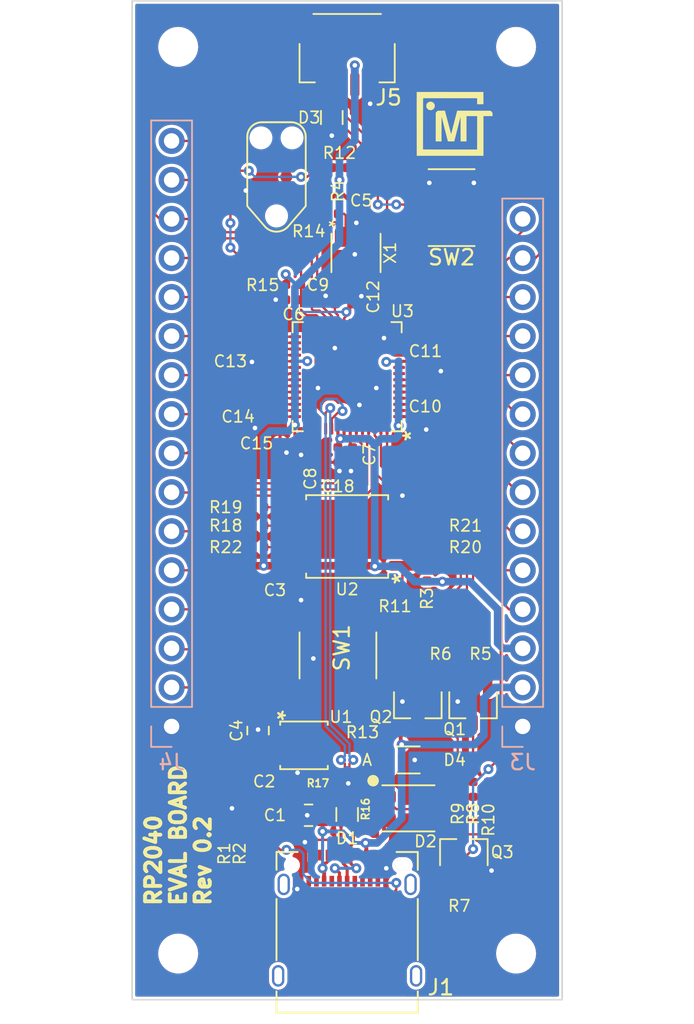
<source format=kicad_pcb>
(kicad_pcb (version 20211014) (generator pcbnew)
  (layers (0 "F.Cu" signal) (1 "In1.Cu" signal) (2 "In2.Cu" signal) (31 "B.Cu" signal) (34 "B.Paste" user) (35 "F.Paste" user) (36 "B.SilkS" user "B.Silkscreen") (37 "F.SilkS" user "F.Silkscreen") (38 "B.Mask" user) (39 "F.Mask" user) (44 "Edge.Cuts" user))
  (net 0 "")
  (net 1 "+5V")
  (net 2 "GND")
  (net 3 "+3V3")
  (net 4 "/~{RST}")
  (net 5 "/RP2040/1V1")
  (net 6 "/USB_D+")
  (net 7 "/USB_D-")
  (net 8 "Net-(D2-Pad1)")
  (net 9 "Net-(D2-Pad3)")
  (net 10 "Net-(D2-Pad4)")
  (net 11 "Net-(D4-PadA)")
  (net 14 "Net-(J1-PadA5)")
  (net 20 "Net-(J1-PadB5)")
  (net 25 "/SWCLK")
  (net 26 "Net-(J2-Pad2)")
  (net 27 "/SWDIO")
  (net 29 "/RP2040/GPIO3")
  (net 30 "/RP2040/GPIO7")
  (net 31 "/RP2040/GPIO8")
  (net 32 "/RP2040/GPIO9")
  (net 33 "/RP2040/GPIO10")
  (net 34 "/RP2040/GPIO11")
  (net 35 "/RP2040/GPIO12")
  (net 36 "/RP2040/GPIO13")
  (net 37 "/RP2040/GPIO18")
  (net 38 "/RP2040/GPIO19")
  (net 39 "/RP2040/GPIO20")
  (net 40 "/RP2040/GPIO21")
  (net 41 "/RP2040/GPIO22")
  (net 42 "/RP2040/GPIO23")
  (net 43 "/RP2040/GPIO24")
  (net 44 "/RP2040/GPIO25")
  (net 45 "/RP2040/GPIO26")
  (net 46 "/RP2040/GPIO27")
  (net 47 "/RP2040/GPIO28")
  (net 48 "/RP2040/GPIO29")
  (net 49 "Net-(Q1-Pad1)")
  (net 50 "Net-(Q1-Pad3)")
  (net 51 "Net-(Q2-Pad1)")
  (net 52 "Net-(Q2-Pad3)")
  (net 53 "Net-(Q3-Pad1)")
  (net 54 "Net-(Q3-Pad3)")
  (net 55 "/QSPI_SS_N")
  (net 56 "/LED_R")
  (net 57 "/LED_G")
  (net 58 "/LED_B")
  (net 59 "Net-(R11-Pad1)")
  (net 60 "Net-(R12-Pad1)")
  (net 61 "Net-(R14-Pad1)")
  (net 62 "/RP2040/N_USB_D-")
  (net 63 "/RP2040/N_USB_D+")
  (net 64 "/QSPI_SCLK")
  (net 65 "Net-(R18-Pad2)")
  (net 66 "/RP2040/QSPI_SD0")
  (net 67 "Net-(R19-Pad2)")
  (net 68 "/RP2040/QSPI_SD1")
  (net 69 "Net-(R20-Pad2)")
  (net 70 "/RP2040/QSPI_SD2")
  (net 71 "Net-(R21-Pad2)")
  (net 72 "/RP2040/QSPI_SD3")
  (net 73 "Net-(R22-Pad2)")
  (net 77 "/RP2040/GPIO5")
  (net 78 "/RP2040/GPIO6")
  (net 80 "Net-(U3-Pad20)")
  (net 81 "/RP2040/GPIO4")
  (net 84 "/GPIO15")
  (net 85 "/GPIO14")
  (footprint "footprints:CAPACITOR_0402N" (layer "F.Cu") (at 16.515 -45.54 180)
    (fp_text reference "C6")
    (fp_text value "CC0402KRX5R7BB105")
  )
  (footprint "footprints:SM04B-SRSS-TB(LF)(SN)" (layer "F.Cu") (at 20 -61.54 180)
    (fp_text reference "J5")
    (fp_text value "SM04B-SRSS-TB(LF)(SN)")
  )
  (footprint "footprints:RESISTOR_0402N" (layer "F.Cu") (at 18.43 -52.625 -90)
    (fp_text reference "R4")
    (fp_text value "RC0402FR-0727RL")
  )
  (footprint "footprints:MTE_LOGO_5MM" (layer "F.Cu") (at 27 -57)
    (fp_text reference "G***" hide)
    (fp_text value "LOGO" hide)
  )
  (footprint "footprints:RESISTOR_0402N" (layer "F.Cu") (at 26.085 -21.6 180)
    (fp_text reference "R6")
    (fp_text value "RC0402FR-0727RL")
  )
  (footprint "footprints:CAPACITOR_0402N" (layer "F.Cu") (at 16.885 -26.645)
    (fp_text reference "C3")
    (fp_text value "CC0402KRX5R7BB105")
  )
  (footprint "footprints:PTS_647_SN70_SMTR2_LFS" (layer "F.Cu") (at 26.8 -51.54)
    (fp_text reference "SW2")
    (fp_text value "PTS_647_SN38_SMTR2_LFS")
  )
  (footprint "footprints:CAPACITOR_0402N" (layer "F.Cu") (at 20.35 -35.455 -90)
    (fp_text reference "C7")
    (fp_text value "CC0402KRX5R7BB105")
  )
  (footprint "footprints:RESISTOR_0402N" (layer "F.Cu") (at 12 -11.085 90)
    (fp_text reference "R1")
    (fp_text value "RC0402JR-075K1L")
  )
  (footprint "footprints:CAPACITOR_0402N" (layer "F.Cu") (at 25.085 -41.34)
    (fp_text reference "C11")
    (fp_text value "CC0402KRX5R7BB105")
  )
  (footprint "footprints:RESISTOR_0402N" (layer "F.Cu") (at 25.685 -29.445)
    (fp_text reference "R20")
    (fp_text value "RC0402FR-0727RL")
  )
  (footprint "footprints:OSCSC4P210_320X250X120L65X90N" (layer "F.Cu") (at 20.575 -48.59 -90)
    (fp_text reference "X1")
    (fp_text value "ASE-12.000MHZ-ET")
  )
  (footprint "footprints:RESISTOR_0402N" (layer "F.Cu") (at 28.2 -13.685 90)
    (fp_text reference "R8")
    (fp_text value "RC0402JR-07510RL")
  )
  (footprint "footprints:12401598E4#2A" (layer "F.Cu") (at 20 -8.75)
    (fp_text reference "J1")
    (fp_text value "12401598E4#2A")
    (fp_line (start 3.75 0.325) (end 3.45 0.325) (layer "Edge.Cuts") (width 0.01))
    (fp_line (start 3.45 -0.325) (end 3.75 -0.325) (layer "Edge.Cuts") (width 0.01))
    (fp_arc (start 4.075 0) (mid 3.97981 0.22981) (end 3.75 0.325) (layer "Edge.Cuts") (width 0.01))
    (fp_arc (start 3.125 0) (mid 3.22019 -0.22981) (end 3.45 -0.325) (layer "Edge.Cuts") (width 0.01))
    (fp_arc (start 3.75 -0.325) (mid 3.97981 -0.22981) (end 4.075 0) (layer "Edge.Cuts") (width 0.01))
    (fp_arc (start 3.45 0.325) (mid 3.22019 0.22981) (end 3.125 0) (layer "Edge.Cuts") (width 0.01))
  )
  (footprint "footprints:CAPACITOR_0805N" (layer "F.Cu") (at 14.2 -17.51 90)
    (fp_text reference "C4")
    (fp_text value "GRM21BR61H475KE51L")
  )
  (footprint "footprints:CAPACITOR_0402N" (layer "F.Cu") (at 16.285 -14.2)
    (fp_text reference "C2")
    (fp_text value "CC0402KRX5R7BB105")
  )
  (footprint "footprints:CAPACITOR_0402N" (layer "F.Cu") (at 14.915 -37.94 180)
    (fp_text reference "C14")
    (fp_text value "CC0402KRX5R7BB105")
  )
  (footprint "footprints:SOT23-3P95_285X115L45X42N" (layer "F.Cu") (at 28.2 -19.16 180)
    (fp_text reference "Q1")
    (fp_text value "BSS138K")
  )
  (footprint "footprints:RESISTOR_0402N" (layer "F.Cu") (at 25.2 -27.76 90)
    (fp_text reference "R3")
    (fp_text value "DNP")
  )
  (footprint "footprints:RESISTOR_0402N" (layer "F.Cu") (at 19.5 -54.14 180)
    (fp_text reference "R12")
    (fp_text value "RC0402JR-071KL")
  )
  (footprint "footprints:RESISTOR_0402N" (layer "F.Cu") (at 27.2 -13.685 90)
    (fp_text reference "R9")
    (fp_text value "RC0402JR-07510RL")
  )
  (footprint "MountingHole:MountingHole_2.2mm_M2" (layer "F.Cu") (at 31 -62)
    (fp_text reference "REF**" hide)
    (fp_text value "MountingHole_2.2mm_M2")
  )
  (footprint "footprints:RESISTOR_0402N" (layer "F.Cu") (at 20.75 -14.085 90)
    (fp_text reference "R16")
    (fp_text value "RC0402FR-0727RL")
  )
  (footprint "MountingHole:MountingHole_2.2mm_M2" (layer "F.Cu") (at 9 -62)
    (fp_text reference "REF**" hide)
    (fp_text value "MountingHole_2.2mm_M2")
  )
  (footprint "footprints:DIOSOFL3P40_120X120X55L29X21N" (layer "F.Cu") (at 20 -12.05)
    (fp_text reference "D1")
    (fp_text value "ESD7L5.0DT5G")
  )
  (footprint "footprints:DIOSOFL3P40_120X120X55L29X21N" (layer "F.Cu") (at 19 -57.4 180)
    (fp_text reference "D3")
    (fp_text value "ESD7L5.0DT5G")
  )
  (footprint "footprints:RESISTOR_0402N" (layer "F.Cu") (at 28.685 -21.6)
    (fp_text reference "R5")
    (fp_text value "RC0402FR-0727RL")
  )
  (footprint "footprints:RESISTOR_0402N" (layer "F.Cu") (at 29.2 -13.685 90)
    (fp_text reference "R10")
    (fp_text value "RC0402JR-07510RL")
  )
  (footprint "footprints:RESISTOR_0402N" (layer "F.Cu") (at 23 -17.4 180)
    (fp_text reference "R13")
    (fp_text value "RC0402JR-07510RL")
  )
  (footprint "footprints:SOT23-3P95_285X115L45X42N" (layer "F.Cu") (at 27.6 -9.6)
    (fp_text reference "Q3")
    (fp_text value "BSS138K")
  )
  (footprint "footprints:PTS_647_SN70_SMTR2_LFS" (layer "F.Cu") (at 19.4 -22.4 90)
    (fp_text reference "SW1")
    (fp_text value "PTS_647_SN38_SMTR2_LFS")
  )
  (footprint "footprints:SON7P95_300X300X100L40X34T236X162N" (layer "F.Cu") (at 17.19 -16.55 -90)
    (fp_text reference "U1")
    (fp_text value "ST1L05APU33R")
  )
  (footprint "Fiducial:Fiducial_1mm_Mask2mm" (layer "F.Cu") (at 13 -5)
    (fp_text reference "REF**" hide)
    (fp_text value "Fiducial_1mm_Mask2mm")
  )
  (footprint "footprints:RESISTOR_0402N" (layer "F.Cu") (at 27.285 -7.16 180)
    (fp_text reference "R7")
    (fp_text value "RC0402FR-0727RL")
  )
  (footprint "MountingHole:MountingHole_2.2mm_M2" (layer "F.Cu") (at 31 -3)
    (fp_text reference "REF**" hide)
    (fp_text value "MountingHole_2.2mm_M2")
  )
  (footprint "footprints:CAPACITOR_0402N" (layer "F.Cu") (at 19.2 -45.735 90)
    (fp_text reference "C9")
    (fp_text value "CC0402KRX5R7BB105")
  )
  (footprint "footprints:RESISTOR_0402N" (layer "F.Cu") (at 14.115 -32.045 180)
    (fp_text reference "R19")
    (fp_text value "RC0402FR-0727RL")
  )
  (footprint "footprints:CAPACITOR_0402N" (layer "F.Cu") (at 25.085 -37.74)
    (fp_text reference "C10")
    (fp_text value "CC0402KRX5R7BB105")
  )
  (footprint "footprints:CAPACITOR_0402N" (layer "F.Cu") (at 14.915 -41.54 180)
    (fp_text reference "C13")
    (fp_text value "CC0402KRX5R7BB105")
  )
  (footprint "footprints:CAPACITOR_0402N" (layer "F.Cu") (at 19.4 -35.455 -90)
    (fp_text reference "C18")
    (fp_text value "CC0402KRX5R7BB105")
  )
  (footprint "footprints:CAPACITOR_0402N" (layer "F.Cu") (at 20.915 -51.14 180)
    (fp_text reference "C5")
    (fp_text value "CC0402KRX5R7BB105")
  )
  (footprint "footprints:RESISTOR_0402N" (layer "F.Cu") (at 14.115 -30.845 180)
    (fp_text reference "R18")
    (fp_text value "RC0402FR-0727RL")
  )
  (footprint "footprints:RESISTOR_0402N" (layer "F.Cu") (at 25.685 -30.845)
    (fp_text reference "R21")
    (fp_text value "RC0402FR-0727RL")
  )
  (footprint "footprints:SOT23-3P95_285X115L45X42N" (layer "F.Cu") (at 24.6 -19.16 180)
    (fp_text reference "Q2")
    (fp_text value "BSS138K")
  )
  (footprint "footprints:RESISTOR_0402N" (layer "F.Cu") (at 16.515 -46.54)
    (fp_text reference "R15")
    (fp_text value "RC0402JR-0710KL")
  )
  (footprint "footprints:TC2030_SMALL_NO_LEGS" (layer "F.Cu") (at 15.4 -53.54 90)
    (fp_text reference "J2" hide)
    (fp_text value "Tag_Connect_Programmer_6-Pin" hide)
  )
  (footprint "footprints:RESISTOR_0402N" (layer "F.Cu") (at 14.115 -29.445 180)
    (fp_text reference "R22")
    (fp_text value "RC0402FR-0727RL")
  )
  (footprint "footprints:LED_1206N" (layer "F.Cu") (at 24 -15.6 180)
    (fp_text reference "D4")
    (fp_text value "150120RS75000")
  )
  (footprint "footprints:SOIC8P127_528X790X216L65X41N" (layer "F.Cu") (at 20 -30.14 90)
    (fp_text reference "U2")
    (fp_text value "W25Q128JVSIM_TR")
  )
  (footprint "footprints:CAPACITOR_0805N" (layer "F.Cu") (at 17.49 -12 180)
    (fp_text reference "C1")
    (fp_text value "GRM21BR61H475KE51L")
  )
  (footprint "footprints:CLVBA-FKA-CAEDH8BBB7A363N" (layer "F.Cu") (at 23.99 -12.45 -90)
    (fp_text reference "D2")
    (fp_text value "CLVBA-FKA-CAEDH8BBB7A363")
  )
  (footprint "footprints:QFN57P40_700X700X90L40X18T310N" (layer "F.Cu") (at 20 -40.54 90)
    (fp_text reference "U3")
    (fp_text value "RP2040")
  )
  (footprint "footprints:CAPACITOR_0402N" (layer "F.Cu") (at 16.115 -36.2 180)
    (fp_text reference "C15")
    (fp_text value "CC0402KRX5R7BB105")
  )
  (footprint "footprints:CAPACITOR_0402N" (layer "F.Cu") (at 20.3 -45.735 90)
    (fp_text reference "C12")
    (fp_text value "CC0402KRX5R7BB105")
  )
  (footprint "footprints:RESISTOR_0402N" (layer "F.Cu") (at 18.915 -51.14 180)
    (fp_text reference "R14")
    (fp_text value "RC0402JR-0710KL")
  )
  (footprint "Fiducial:Fiducial_1mm_Mask2mm" (layer "F.Cu") (at 26 -61)
    (fp_text reference "REF**" hide)
    (fp_text value "Fiducial_1mm_Mask2mm")
  )
  (footprint "MountingHole:MountingHole_2.2mm_M2" (layer "F.Cu") (at 9 -3)
    (fp_text reference "REF**" hide)
    (fp_text value "MountingHole_2.2mm_M2")
  )
  (footprint "footprints:RESISTOR_0402N" (layer "F.Cu") (at 19.4 -14.085 90)
    (fp_text reference "R17")
    (fp_text value "RC0402FR-0727RL")
  )
  (footprint "footprints:RESISTOR_0402N" (layer "F.Cu") (at 13 -11.085 90)
    (fp_text reference "R2")
    (fp_text value "RC0402JR-075K1L")
  )
  (footprint "footprints:RESISTOR_0402N" (layer "F.Cu") (at 23.115 -26.54)
    (fp_text reference "R11")
    (fp_text value "RC0402JR-071KL")
  )
  (footprint "footprints:CAPACITOR_0402N" (layer "F.Cu") (at 17.6 -35.515 -90)
    (fp_text reference "C8")
    (fp_text value "CC0402KRX5R7BB105")
  )
  (footprint "Connector_PinHeader_2.54mm:PinHeader_1x16_P2.54mm_Vertical" (layer "B.Cu") (at 8.57 -17.78)
    (fp_text reference "J4")
    (fp_text value "_GENERIC_CONNECTOR_01x16")
  )
  (footprint "Connector_PinHeader_2.54mm:PinHeader_1x14_P2.54mm_Vertical" (layer "B.Cu") (at 31.43 -17.78)
    (fp_text reference "J3")
    (fp_text value "_GENERIC_CONNECTOR_01x14")
  )
  (gr_rect (start 6 0) (end 34 -65) (layer "Edge.Cuts") (width 0.1) (fill none))
  (gr_text "RP2040\nEVAL BOARD\nRev 0.2" (at 9 -6 90) (layer "F.SilkS") (effects (font (size 1 1) (thickness 0.25)) (justify left)))
  (segment (start 15.8 -14.2) (end 15.8 -15.6) (width 0.25) (layer "F.Cu") (net 1))
  (segment (start 18.75 -9.41) (end 18.75 -9) (width 0.2) (layer "F.Cu") (net 1))
  (segment (start 21.2 -10.2) (end 22.1 -10.2) (width 0.25) (layer "F.Cu") (net 1))
  (segment (start 18.4 -12) (end 18.4 -13.2) (width 0.25) (layer "F.Cu") (net 1))
  (segment (start 15.8 -14.2) (end 15.8 -13.6) (width 0.25) (layer "F.Cu") (net 1))
  (segment (start 23.485 -16.665) (end 23.55 -16.6) (width 0.25) (layer "F.Cu") (net 1))
  (segment (start 22.1 -10.2) (end 22.4 -10.5) (width 0.25) (layer "F.Cu") (net 1))
  (segment (start 21.25 -8.35) (end 21.25 -9.41) (width 0.15) (layer "F.Cu") (net 1))
  (segment (start 18.5 -7.71) (end 18.5 -8.45) (width 0.25) (layer "F.Cu") (net 1))
  (segment (start 21 -7.71) (end 21 -8.1) (width 0.15) (layer "F.Cu") (net 1))
  (segment (start 18.5 -8.45) (end 18.4 -8.55) (width 0.25) (layer "F.Cu") (net 1))
  (segment (start 23.485 -17.4) (end 23.485 -16.665) (width 0.25) (layer "F.Cu") (net 1))
  (segment (start 18.6 -8.9) (end 18.4 -8.7) (width 0.2) (layer "F.Cu") (net 1))
  (segment (start 18.4 -12) (end 18.4 -10.95) (width 0.25) (layer "F.Cu") (net 1))
  (segment (start 22.4 -10.5) (end 22.4 -11.7) (width 0.25) (layer "F.Cu") (net 1))
  (segment (start 21 -8.1) (end 21.25 -8.35) (width 0.15) (layer "F.Cu") (net 1))
  (segment (start 18.65 -8.9) (end 18.6 -8.9) (width 0.2) (layer "F.Cu") (net 1))
  (segment (start 18.4 -13.2) (end 18.2 -13.4) (width 0.25) (layer "F.Cu") (net 1))
  (segment (start 18.75 -9) (end 18.65 -8.9) (width 0.2) (layer "F.Cu") (net 1))
  (segment (start 21.25 -10.15) (end 21.25 -9.41) (width 0.25) (layer "F.Cu") (net 1))
  (segment (start 18.2 -13.4) (end 16 -13.4) (width 0.25) (layer "F.Cu") (net 1))
  (segment (start 21.2 -10.2) (end 21.25 -10.15) (width 0.25) (layer "F.Cu") (net 1))
  (segment (start 18.4 -8.7) (end 18.4 -8.55) (width 0.2) (layer "F.Cu") (net 1))
  (segment (start 16 -13.4) (end 15.8 -13.6) (width 0.25) (layer "F.Cu") (net 1))
  (via (at 18.4 -8.55) (size 0.65) (drill 0.3) (layers "F.Cu" "B.Cu") (net 1))
  (via (at 21.2 -10.2) (size 0.65) (drill 0.3) (layers "F.Cu" "B.Cu") (net 1))
  (via (at 18.4 -10.95) (size 0.65) (drill 0.3) (layers "F.Cu" "B.Cu") (net 1))
  (via (at 23.55 -16.6) (size 0.65) (drill 0.3) (layers "F.Cu" "B.Cu") (net 1))
  (segment (start 23.55 -16.6) (end 28.3 -16.6) (width 0.5) (layer "B.Cu") (net 1))
  (segment (start 19.75 -10.95) (end 20.5 -10.2) (width 0.25) (layer "B.Cu") (net 1))
  (segment (start 21.95 -10.2) (end 22.9 -11.15) (width 0.5) (layer "B.Cu") (net 1))
  (segment (start 20.5 -10.2) (end 21.2 -10.2) (width 0.25) (layer "B.Cu") (net 1))
  (segment (start 22.9 -11.15) (end 23.55 -11.8) (width 0.5) (layer "B.Cu") (net 1))
  (segment (start 21.2 -10.2) (end 21.95 -10.2) (width 0.5) (layer "B.Cu") (net 1))
  (segment (start 29.62 -20.32) (end 31.43 -20.32) (width 0.5) (layer "B.Cu") (net 1))
  (segment (start 18.4 -8.55) (end 18.4 -10.95) (width 0.2) (layer "B.Cu") (net 1))
  (segment (start 28.3 -16.6) (end 28.9 -17.2) (width 0.5) (layer "B.Cu") (net 1))
  (segment (start 28.9 -19.6) (end 29.62 -20.32) (width 0.5) (layer "B.Cu") (net 1))
  (segment (start 23.55 -11.8) (end 23.55 -16.6) (width 0.5) (layer "B.Cu") (net 1))
  (segment (start 18.4 -10.95) (end 19.75 -10.95) (width 0.25) (layer "B.Cu") (net 1))
  (segment (start 28.9 -17.2) (end 28.9 -19.6) (width 0.5) (layer "B.Cu") (net 1))
  (segment (start 20.43 -51.14) (end 20.43 -50.72) (width 0.25) (layer "F.Cu") (net 2))
  (segment (start 21.865 -39.765) (end 20.775 -39.765) (width 0.25) (layer "F.Cu") (net 2))
  (segment (start 21.9 -39.8) (end 21.865 -39.765) (width 0.25) (layer "F.Cu") (net 2))
  (segment (start 22.75 -8.75) (end 22.55 -8.55) (width 0.2) (layer "F.Cu") (net 2))
  (segment (start 18.1 -39.78) (end 18.115 -39.765) (width 0.25) (layer "F.Cu") (net 2))
  (segment (start 27.25 -20.32) (end 27.25 -19.45) (width 0.25) (layer "F.Cu") (net 2))
  (segment (start 21 -43.45) (end 21.15 -43.3) (width 0.15) (layer "F.Cu") (net 2))
  (segment (start 17.37 -26.645) (end 17.37 -26.37) (width 0.25) (layer "F.Cu") (net 2))
  (segment (start 20.43 -50.72) (end 20.6 -50.55) (width 0.25) (layer "F.Cu") (net 2))
  (segment (start 20.8 -38.85) (end 20.775 -38.875) (width 0.25) (layer "F.Cu") (net 2))
  (segment (start 23.65 -20.32) (end 23.65 -19.45) (width 0.25) (layer "F.Cu") (net 2))
  (segment (start 13.84 -41.54) (end 13.8 -41.5) (width 0.25) (layer "F.Cu") (net 2))
  (segment (start 15.63 -36.2) (end 15.63 -36.02) (width 0.15) (layer "F.Cu") (net 2))
  (segment (start 26.1 -40.9) (end 25.66 -41.34) (width 0.15) (layer "F.Cu") (net 2))
  (segment (start 17.6 -35.03) (end 17.42 -35.03) (width 0.15) (layer "F.Cu") (net 2))
  (segment (start 21.15 -43.3) (end 21.85 -43.3) (width 0.15) (layer "F.Cu") (net 2))
  (segment (start 22.55 -7.76) (end 22.5 -7.71) (width 0.2) (layer "F.Cu") (net 2))
  (segment (start 13.875 -52.65) (end 13.4 -52.65) (width 0.2) (layer "F.Cu") (net 2))
  (segment (start 28.55 -8.44) (end 29.36 -8.44) (width 0.25) (layer "F.Cu") (net 2))
  (segment (start 19 -56.85) (end 19 -56.225) (width 0.25) (layer "F.Cu") (net 2))
  (segment (start 25.66 -41.34) (end 25.57 -41.34) (width 0.15) (layer "F.Cu") (net 2))
  (segment (start 14.765 -53.54) (end 13.875 -52.65) (width 0.2) (layer "F.Cu") (net 2))
  (segment (start 14.43 -41.54) (end 13.84 -41.54) (width 0.25) (layer "F.Cu") (net 2))
  (segment (start 16.77 -14.77) (end 17.19 -15.19) (width 0.25) (layer "F.Cu") (net 2))
  (segment (start 22.75 -9.41) (end 22.75 -8.75) (width 0.2) (layer "F.Cu") (net 2))
  (segment (start 19.2 -42.4) (end 19.225 -42.375) (width 0.25) (layer "F.Cu") (net 2))
  (segment (start 16.58 -12) (end 17.4 -12) (width 0.5) (layer "F.Cu") (net 2))
  (segment (start 19.4 -34.97) (end 19.4 -34.5) (width 0.15) (layer "F.Cu") (net 2))
  (segment (start 17.19 -15.19) (end 17.19 -16.55) (width 0.25) (layer "F.Cu") (net 2))
  (segment (start 18.6 -45.8) (end 18.91 -46.11) (width 0.2) (layer "F.Cu") (net 2))
  (segment (start 12 -11.95) (end 12 -11.57) (width 0.25) (layer "F.Cu") (net 2))
  (segment (start 17.25 -9.41) (end 17.25 -10.25) (width 0.2) (layer "F.Cu") (net 2))
  (segment (start 18.91 -46.11) (end 19.2 -46.11) (width 0.2) (layer "F.Cu") (net 2))
  (segment (start 17 -7.45) (end 16.75 -7.2) (width 0.25) (layer "F.Cu") (net 2))
  (segment (start 20.925 -45.775) (end 20.59 -46.11) (width 0.2) (layer "F.Cu") (net 2))
  (segment (start 19.225 -42.375) (end 19.225 -41.315) (width 0.25) (layer "F.Cu") (net 2))
  (segment (start 14.43 -37.63) (end 14 -37.2) (width 0.25) (layer "F.Cu") (net 2))
  (segment (start 25.47 -15.6) (end 24.4 -15.6) (width 0.25) (layer "F.Cu") (net 2))
  (segment (start 20 -12.6) (end 20 -14) (width 0.25) (layer "F.Cu") (net 2))
  (segment (start 15.36 -45.54) (end 15.35 -45.55) (width 0.25) (layer "F.Cu") (net 2))
  (segment (start 18.115 -39.765) (end 19.225 -39.765) (width 0.25) (layer "F.Cu") (net 2))
  (segment (start 28.26 -53.14) (end 28.25 -53.15) (width 0.25) (layer "F.Cu") (net 2))
  (segment (start 23.6 -32.09) (end 23.6 -32.8) (width 0.25) (layer "F.Cu") (net 2))
  (segment (start 19.4 -34.5) (end 19.5 -34.4) (width 0.15) (layer "F.Cu") (net 2))
  (segment (start 22.15 -43.3) (end 22.4 -43.05) (width 0.15) (layer "F.Cu") (net 2))
  (segment (start 21.85 -43.3) (end 22.15 -43.3) (width 0.15) (layer "F.Cu") (net 2))
  (segment (start 17.37 -26.37) (end 17 -26) (width 0.25) (layer "F.Cu") (net 2))
  (segment (start 16.78 -18.42) (end 17.19 -18.01) (width 0.25) (layer "F.Cu") (net 2))
  (segment (start 17.19 -18.01) (end 17.19 -16.55) (width 0.25) (layer "F.Cu") (net 2))
  (segment (start 17.8 -22.2) (end 17.8 -25.025) (width 0.25) (layer "F.Cu") (net 2))
  (segment (start 24.175 -53.14) (end 25.34 -53.14) (width 0.25) (layer "F.Cu") (net 2))
  (segment (start 29.36 -8.44) (end 29.4 -8.4) (width 0.25) (layer "F.Cu") (net 2))
  (segment (start 20.2 -34.97) (end 20.2 -34.45) (width 0.15) (layer "F.Cu") (net 2))
  (segment (start 20.59 -46.11) (end 20.2 -46.11) (width 0.2) (layer "F.Cu") (net 2))
  (segment (start 19.75 -47.75) (end 20.5 -48.5) (width 0.25) (layer "F.Cu") (net 2))
  (segment (start 20 -14) (end 20.075 -14.075) (width 0.25) (layer "F.Cu") (net 2))
  (segment (start 27.25 -19.45) (end 27.2 -19.4) (width 0.25) (layer "F.Cu") (net 2))
  (segment (start 14.2 -18.42) (end 16.78 -18.42) (width 0.25) (layer "F.Cu") (net 2))
  (segment (start 20.8 -38.7) (end 20.8 -38.85) (width 0.25) (layer "F.Cu") (net 2))
  (segment (start 13 -11.95) (end 12.5 -12.45) (width 0.25) (layer "F.Cu") (net 2))
  (segment (start 21 -43.925) (end 21 -43.45) (width 0.15) (layer "F.Cu") (net 2))
  (segment (start 25.34 -53.14) (end 25.35 -53.15) (width 0.25) (layer "F.Cu") (net 2))
  (segment (start 13 -11.57) (end 13 -11.95) (width 0.25) (layer "F.Cu") (net 2))
  (segment (start 21.5 -59.54) (end 21.5 -58.3) (width 0.5) (layer "F.Cu") (net 2))
  (segment (start 25.57 -37.52) (end 25.57 -37.74) (width 0.15) (layer "F.Cu") (net 2))
  (segment (start 14.43 -37.94) (end 14.43 -37.63) (width 0.25) (layer "F.Cu") (net 2))
  (segment (start 20.775 -38.875) (end 20.775 -39.765) (width 0.25) (layer "F.Cu") (net 2))
  (segment (start 23.65 -19.45) (end 23.6 -19.4) (width 0.25) (layer "F.Cu") (net 2))
  (segment (start 15.63 -36.02) (end 16.05 -35.6) (width 0.15) (layer "F.Cu") (net 2))
  (segment (start 18.58 -17.5) (end 17.12 -17.5) (width 0.15) (layer "F.Cu") (net 2))
  (segment (start 16.03 -45.54) (end 15.36 -45.54) (width 0.25) (layer "F.Cu") (net 2))
  (segment (start 19.75 -47.54) (end 19.75 -47.75) (width 0.25) (layer "F.Cu") (net 2))
  (segment (start 23.555 -32.045) (end 23.6 -32.09) (width 0.25) (layer "F.Cu") (net 2))
  (segment (start 12.5 -12.45) (end 12 -11.95) (width 0.25) (layer "F.Cu") (net 2))
  (segment (start 25.15 -37.1) (end 25.57 -37.52) (width 0.15) (layer "F.Cu") (net 2))
  (segment (start 14.2 -18.42) (end 14.2 -17.575) (width 0.25) (layer "F.Cu") (net 2))
  (segment (start 17.42 -35.03) (end 17 -35.45) (width 0.15) (layer "F.Cu") (net 2))
  (segment (start 18.1 -39.8) (end 18.1 -39.78) (width 0.25) (layer "F.Cu") (net 2))
  (segment (start 20.2 -34.45) (end 20.25 -34.4) (width 0.15) (layer "F.Cu") (net 2))
  (segment (start 17 -7.71) (end 17 -7.45) (width 0.25) (layer "F.Cu") (net 2))
  (segment (start 22.55 -8.55) (end 22.55 -7.76) (width 0.2) (layer "F.Cu") (net 2))
  (segment (start 16.77 -14.2) (end 16.77 -14.77) (width 0.25) (layer "F.Cu") (net 2))
  (segment (start 29.425 -53.14) (end 28.26 -53.14) (width 0.25) (layer "F.Cu") (net 2))
  (segment (start 17.8 -19.775) (end 17.8 -22.2) (width 0.25) (layer "F.Cu") (net 2))
  (via (at 17.4 -12) (size 0.65) (drill 0.3) (layers "F.Cu" "B.Cu") (net 2))
  (via (at 20.5 -48.5) (size 0.65) (drill 0.3) (layers "F.Cu" "B.Cu") (net 2))
  (via (at 17 -26) (size 0.65) (drill 0.3) (layers "F.Cu" "B.Cu") (net 2))
  (via (at 20.6 -50.55) (size 0.65) (drill 0.3) (layers "F.Cu" "B.Cu") (net 2))
  (via (at 25.15 -37.1) (size 0.65) (drill 0.3) (layers "F.Cu" "B.Cu") (net 2))
  (via (at 27.2 -19.4) (size 0.65) (drill 0.3) (layers "F.Cu" "B.Cu") (net 2))
  (via (at 26.1 -40.9) (size 0.65) (drill 0.3) (layers "F.Cu" "B.Cu") (net 2))
  (via (at 21.9 -39.8) (size 0.65) (drill 0.3) (layers "F.Cu" "B.Cu") (net 2))
  (via (at 20.925 -45.775) (size 0.65) (drill 0.3) (layers "F.Cu" "B.Cu") (net 2))
  (via (at 17 -35.45) (size 0.65) (drill 0.3) (layers "F.Cu" "B.Cu") (net 2))
  (via (at 18.6 -45.8) (size 0.65) (drill 0.3) (layers "F.Cu" "B.Cu") (net 2))
  (via (at 21.5 -58.3) (size 0.65) (drill 0.3) (layers "F.Cu" "B.Cu") (net 2))
  (via (at 16.75 -7.2) (size 0.65) (drill 0.3) (layers "F.Cu" "B.Cu") (net 2))
  (via (at 22.4 -43.05) (size 0.65) (drill 0.3) (layers "F.Cu" "B.Cu") (net 2))
  (via (at 12.5 -12.45) (size 0.65) (drill 0.3) (layers "F.Cu" "B.Cu") (net 2))
  (via (at 19.2 -42.4) (size 0.65) (drill 0.3) (layers "F.Cu" "B.Cu") (net 2))
  (via (at 17.8 -22.2) (size 0.65) (drill 0.3) (layers "F.Cu" "B.Cu") (net 2))
  (via (at 24.4 -15.6) (size 0.65) (drill 0.3) (layers "F.Cu" "B.Cu") (net 2))
  (via (at 19 -56.225) (size 0.65) (drill 0.3) (layers "F.Cu" "B.Cu") (net 2))
  (via (at 14 -37.2) (size 0.65) (drill 0.3) (layers "F.Cu" "B.Cu") (net 2))
  (via (at 13.4 -52.65) (size 0.65) (drill 0.3) (layers "F.Cu" "B.Cu") (net 2))
  (via (at 23.6 -19.4) (size 0.65) (drill 0.3) (layers "F.Cu" "B.Cu") (net 2))
  (via (at 16.77 -14.77) (size 0.65) (drill 0.3) (layers "F.Cu" "B.Cu") (net 2))
  (via (at 19.5 -34.4) (size 0.65) (drill 0.3) (layers "F.Cu" "B.Cu") (net 2))
  (via (at 28.25 -53.15) (size 0.65) (drill 0.3) (layers "F.Cu" "B.Cu") (net 2))
  (via (at 20.8 -38.7) (size 0.65) (drill 0.3) (layers "F.Cu" "B.Cu") (net 2))
  (via (at 20.075 -14.075) (size 0.65) (drill 0.3) (layers "F.Cu" "B.Cu") (net 2))
  (via (at 29.4 -8.4) (size 0.65) (drill 0.3) (layers "F.Cu" "B.Cu") (net 2))
  (via (at 20.25 -34.4) (size 0.65) (drill 0.3) (layers "F.Cu" "B.Cu") (net 2))
  (via (at 17.25 -10.25) (size 0.65) (drill 0.3) (layers "F.Cu" "B.Cu") (net 2))
  (via (at 14.2 -17.575) (size 0.65) (drill 0.3) (layers "F.Cu" "B.Cu") (net 2))
  (via (at 23.6 -32.8) (size 0.65) (drill 0.3) (layers "F.Cu" "B.Cu") (net 2))
  (via (at 22.55 -8.55) (size 0.65) (drill 0.3) (layers "F.Cu" "B.Cu") (net 2))
  (via (at 18.1 -39.8) (size 0.65) (drill 0.3) (layers "F.Cu" "B.Cu") (net 2))
  (via (at 13.8 -41.5) (size 0.65) (drill 0.3) (layers "F.Cu" "B.Cu") (net 2))
  (via (at 25.35 -53.15) (size 0.65) (drill 0.3) (layers "F.Cu" "B.Cu") (net 2))
  (via (at 15.35 -45.55) (size 0.65) (drill 0.3) (layers "F.Cu" "B.Cu") (net 2))
  (via (at 16.05 -35.6) (size 0.65) (drill 0.3) (layers "F.Cu" "B.Cu") (net 2))
  (segment (start 20.5 -60.8) (end 20.5 -59.54) (width 0.5) (layer "F.Cu") (net 3))
  (segment (start 17.8 -37.6) (end 17.7 -37.7) (width 0.2) (layer "F.Cu") (net 3))
  (segment (start 21.2 -52.14) (end 21.4 -51.94) (width 0.25) (layer "F.Cu") (net 3))
  (segment (start 24.16 -41.34) (end 23.96 -41.54) (width 0.2) (layer "F.Cu") (net 3))
  (segment (start 19.4 -36.35) (end 19.55 -36.5) (width 0.2) (layer "F.Cu") (net 3))
  (segment (start 13 -27.6) (end 13.635 -28.235) (width 0.5) (layer "F.Cu") (net 3))
  (segment (start 17.4 -37.155) (end 16.845 -37.155) (width 0.2) (layer "F.Cu") (net 3))
  (segment (start 16.445 -28.235) (end 21.765 -28.235) (width 0.5) (layer "F.Cu") (net 3))
  (segment (start 18.43 -52.14) (end 19 -52.14) (width 0.25) (layer "F.Cu") (net 3))
  (segment (start 14.2 -16.6) (end 13.2 -16.6) (width 0.5) (layer "F.Cu") (net 3))
  (segment (start 20.2 -44.8) (end 20.2 -45.14) (width 0.15) (layer "F.Cu") (net 3))
  (segment (start 17.55 -37.7) (end 17.4 -37.55) (width 0.2) (layer "F.Cu") (net 3))
  (segment (start 19.4 -37.155) (end 19.4 -35.94) (width 0.2) (layer "F.Cu") (net 3))
  (segment (start 16.845 -37.155) (end 16.6 -37.4) (width 0.2) (layer "F.Cu") (net 3))
  (segment (start 20 -52.14) (end 21.2 -52.14) (width 0.25) (layer "F.Cu") (net 3))
  (segment (start 16.03 -46.54) (end 16.03 -47.17) (width 0.25) (layer "F.Cu") (net 3))
  (segment (start 19.5 -53.34) (end 19.5 -52.64) (width 0.25) (layer "F.Cu") (net 3))
  (segment (start 19 -52.14) (end 19.5 -52.64) (width 0.25) (layer "F.Cu") (net 3))
  (segment (start 20.2 -44.74) (end 20.2 -44.8) (width 0.15) (layer "F.Cu") (net 3))
  (segment (start 17.39 -41.54) (end 17.4 -41.55) (width 0.2) (layer "F.Cu") (net 3))
  (segment (start 16.4 -26.645) (end 16.4 -28.19) (width 0.25) (layer "F.Cu") (net 3))
  (segment (start 22.59 -41.54) (end 22.55 -41.5) (width 0.2) (layer "F.Cu") (net 3))
  (segment (start 16.4 -28.19) (end 16.445 -28.235) (width 0.25) (layer "F.Cu") (net 3))
  (segment (start 23.35 -37.35) (end 23.385 -37.385) (width 0.2) (layer "F.Cu") (net 3))
  (segment (start 19.8 -43.925) (end 19.8 -44.34) (width 0.15) (layer "F.Cu") (net 3))
  (segment (start 23.96 -41.54) (end 23.385 -41.54) (width 0.2) (layer "F.Cu") (net 3))
  (segment (start 26.2 -27.2) (end 25.275 -27.2) (width 0.25) (layer "F.Cu") (net 3))
  (segment (start 20.2 -44.8) (end 20 -44.8) (width 0.15) (layer "F.Cu") (net 3))
  (segment (start 15.4 -37.94) (end 16.615 -37.94) (width 0.15) (layer "F.Cu") (net 3))
  (segment (start 19.8 -37.155) (end 19.8 -36.65) (width 0.2) (layer "F.Cu") (net 3))
  (segment (start 19.55 -36.5) (end 19.4 -36.5) (width 0.2) (layer "F.Cu") (net 3))
  (segment (start 17.7 -37.7) (end 17.55 -37.7) (width 0.2) (layer "F.Cu") (net 3))
  (segment (start 21.765 -28.235) (end 21.8 -28.2) (width 0.5) (layer "F.Cu") (net 3))
  (segment (start 16.615 -41.54) (end 17.39 -41.54) (width 0.2) (layer "F.Cu") (net 3))
  (segment (start 13.2 -16.6) (end 13 -16.8) (width 0.5) (layer "F.Cu") (net 3))
  (segment (start 23.385 -37.385) (end 23.385 -37.94) (width 0.2) (layer "F.Cu") (net 3))
  (segment (start 19.4 -35.94) (end 19.4 -36.35) (width 0.2) (layer "F.Cu") (net 3))
  (segment (start 21.4 -51.94) (end 21.4 -51.14) (width 0.25) (layer "F.Cu") (net 3))
  (segment (start 17.4 -37.55) (end 17.4 -37.155) (width 0.2) (layer "F.Cu") (net 3))
  (segment (start 19.65 -36.5) (end 19.55 -36.5) (width 0.2) (layer "F.Cu") (net 3))
  (segment (start 16.615 -37.415) (end 16.6 -37.4) (width 0.2) (layer "F.Cu") (net 3))
  (segment (start 16.6 -36.2) (end 16.6 -37.4) (width 0.2) (layer "F.Cu") (net 3))
  (segment (start 13 -16.8) (end 13 -27.6) (width 0.5) (layer "F.Cu") (net 3))
  (segment (start 21.4 -51.14) (end 21.4 -49.64) (width 0.25) (layer "F.Cu") (net 3))
  (segment (start 19.8 -36.65) (end 19.65 -36.5) (width 0.2) (layer "F.Cu") (net 3))
  (segment (start 25.275 -27.2) (end 25.2 -27.275) (width 0.25) (layer "F.Cu") (net 3))
  (segment (start 16.03 -47.17) (end 16 -47.2) (width 0.25) (layer "F.Cu") (net 3))
  (segment (start 13.635 -28.235) (end 16.445 -28.235) (width 0.5) (layer "F.Cu") (net 3))
  (segment (start 15.4 -41.54) (end 16.615 -41.54) (width 0.15) (layer "F.Cu") (net 3))
  (segment (start 23.385 -41.54) (end 22.59 -41.54) (width 0.2) (layer "F.Cu") (net 3))
  (segment (start 24.16 -37.74) (end 23.96 -37.94) (width 0.2) (layer "F.Cu") (net 3))
  (segment (start 23.96 -37.94) (end 23.385 -37.94) (width 0.2) (layer "F.Cu") (net 3))
  (segment (start 19.5 -52.64) (end 20 -52.14) (width 0.25) (layer "F.Cu") (net 3))
  (segment (start 18.43 -51.14) (end 18.43 -52.14) (width 0.25) (layer "F.Cu") (net 3))
  (segment (start 19.8 -44.34) (end 20.2 -44.74) (width 0.15) (layer "F.Cu") (net 3))
  (segment (start 15.8 -16.55) (end 14.25 -16.55) (width 0.25) (layer "F.Cu") (net 3))
  (segment (start 24.6 -37.74) (end 24.16 -37.74) (width 0.2) (layer "F.Cu") (net 3))
  (segment (start 24.6 -41.34) (end 24.16 -41.34) (width 0.2) (layer "F.Cu") (net 3))
  (segment (start 20 -44.8) (end 19.95 -44.75) (width 0.15) (layer "F.Cu") (net 3))
  (segment (start 17.8 -37.155) (end 17.8 -37.6) (width 0.2) (layer "F.Cu") (net 3))
  (segment (start 16.615 -37.94) (end 16.615 -37.415) (width 0.2) (layer "F.Cu") (net 3))
  (via (at 26.2 -27.2) (size 0.65) (drill 0.3) (layers "F.Cu" "B.Cu") (net 3))
  (via (at 16 -47.2) (size 0.65) (drill 0.3) (layers "F.Cu" "B.Cu") (net 3))
  (via (at 19.55 -36.5) (size 0.65) (drill 0.3) (layers "F.Cu" "B.Cu") (net 3))
  (via (at 19.95 -44.75) (size 0.65) (drill 0.3) (layers "F.Cu" "B.Cu") (net 3))
  (via (at 22.55 -41.5) (size 0.65) (drill 0.3) (layers "F.Cu" "B.Cu") (net 3))
  (via (at 20.5 -60.8) (size 0.65) (drill 0.3) (layers "F.Cu" "B.Cu") (net 3))
  (via (at 16.6 -37.4) (size 0.65) (drill 0.3) (layers "F.Cu" "B.Cu") (net 3))
  (via (at 17.4 -41.55) (size 0.65) (drill 0.3) (layers "F.Cu" "B.Cu") (net 3))
  (via (at 21.8 -28.2) (size 0.65) (drill 0.3) (layers "F.Cu" "B.Cu") (net 3))
  (via (at 19.5 -53.34) (size 0.65) (drill 0.3) (layers "F.Cu" "B.Cu") (net 3))
  (via (at 14.565 -28.235) (size 0.65) (drill 0.3) (layers "F.Cu" "B.Cu") (net 3))
  (via (at 23.35 -37.35) (size 0.65) (drill 0.3) (layers "F.Cu" "B.Cu") (net 3))
  (segment (start 19.5 -54.9) (end 20.2 -55.6) (width 0.5) (layer "B.Cu") (net 3))
  (segment (start 16.6 -46.35) (end 16.875 -46.625) (width 0.5) (layer "B.Cu") (net 3))
  (segment (start 21.4 -36.5) (end 19.55 -36.5) (width 0.5) (layer "B.Cu") (net 3))
  (segment (start 29.8 -25.4) (end 29.8 -23.2) (width 0.5) (layer "B.Cu") (net 3))
  (segment (start 23.15 -36.5) (end 22.2 -36.5) (width 0.5) (layer "B.Cu") (net 3))
  (segment (start 16.65 -41.55) (end 17.4 -41.55) (width 0.2) (layer "B.Cu") (net 3))
  (segment (start 21.8 -28.2) (end 21.8 -36.1) (width 0.5) (layer "B.Cu") (net 3))
  (segment (start 29.8 -23.2) (end 30.14 -22.86) (width 0.5) (layer "B.Cu") (net 3))
  (segment (start 20.2 -55.6) (end 20.5 -55.9) (width 0.5) (layer "B.Cu") (net 3))
  (segment (start 21.8 -36.1) (end 22.2 -36.5) (width 0.5) (layer "B.Cu") (net 3))
  (segment (start 16.6 -44.8) (end 16.6 -46.35) (width 0.5) (layer "B.Cu") (net 3))
  (segment (start 19.5 -53.34) (end 19.5 -54.9) (width 0.5) (layer "B.Cu") (net 3))
  (segment (start 28 -27.2) (end 29.8 -25.4) (width 0.5) (layer "B.Cu") (net 3))
  (segment (start 23.35 -37.35) (end 23.35 -41.55) (width 0.5) (layer "B.Cu") (net 3))
  (segment (start 24.4 -27.2) (end 26.2 -27.2) (width 0.5) (layer "B.Cu") (net 3))
  (segment (start 16.875 -46.625) (end 19.5 -49.25) (width 0.5) (layer "B.Cu") (net 3))
  (segment (start 21.8 -36.1) (end 21.4 -36.5) (width 0.5) (layer "B.Cu") (net 3))
  (segment (start 16.6 -37.4) (end 16.6 -41.6) (width 0.5) (layer "B.Cu") (net 3))
  (segment (start 26.2 -27.2) (end 28 -27.2) (width 0.5) (layer "B.Cu") (net 3))
  (segment (start 16 -47.2) (end 16.575 -46.625) (width 0.25) (layer "B.Cu") (net 3))
  (segment (start 19.5 -49.25) (end 19.5 -53.34) (width 0.5) (layer "B.Cu") (net 3))
  (segment (start 15 -37) (end 16.2 -37) (width 0.5) (layer "B.Cu") (net 3))
  (segment (start 23.35 -37.35) (end 23.35 -36.7) (width 0.5) (layer "B.Cu") (net 3))
  (segment (start 21.8 -28.2) (end 23.4 -28.2) (width 0.5) (layer "B.Cu") (net 3))
  (segment (start 16.6 -41.6) (end 16.6 -44.8) (width 0.5) (layer "B.Cu") (net 3))
  (segment (start 14.565 -36.565) (end 15 -37) (width 0.5) (layer "B.Cu") (net 3))
  (segment (start 16.2 -37) (end 16.6 -37.4) (width 0.5) (layer "B.Cu") (net 3))
  (segment (start 14.565 -28.235) (end 14.565 -36.565) (width 0.5) (layer "B.Cu") (net 3))
  (segment (start 16.6 -41.6) (end 16.65 -41.55) (width 0.2) (layer "B.Cu") (net 3))
  (segment (start 23.4 -28.2) (end 24.4 -27.2) (width 0.5) (layer "B.Cu") (net 3))
  (segment (start 19.95 -44.75) (end 16.65 -44.75) (width 0.15) (layer "B.Cu") (net 3))
  (segment (start 22.6 -41.55) (end 23.35 -41.55) (width 0.2) (layer "B.Cu") (net 3))
  (segment (start 20.5 -55.9) (end 20.5 -60.8) (width 0.5) (layer "B.Cu") (net 3))
  (segment (start 16.65 -44.75) (end 16.6 -44.8) (width 0.15) (layer "B.Cu") (net 3))
  (segment (start 23.35 -36.7) (end 23.15 -36.5) (width 0.5) (layer "B.Cu") (net 3))
  (segment (start 22.55 -41.5) (end 22.6 -41.55) (width 0.2) (layer "B.Cu") (net 3))
  (segment (start 30.14 -22.86) (end 31.43 -22.86) (width 0.5) (layer "B.Cu") (net 3))
  (segment (start 9.72 -55.88) (end 11 -54.6) (width 0.15) (layer "F.Cu") (net 4))
  (segment (start 11.46 -53.34) (end 12.4 -53.34) (width 0.15) (layer "F.Cu") (net 4))
  (segment (start 18.2 -43.925) (end 18.2 -44.34) (width 0.15) (layer "F.Cu") (net 4))
  (segment (start 11 -53.8) (end 11.46 -53.34) (width 0.15) (layer "F.Cu") (net 4))
  (segment (start 13 -53.94) (end 13.6 -53.94) (width 0.15) (layer "F.Cu") (net 4))
  (segment (start 17.35 -44.54) (end 17 -44.89) (width 0.15) (layer "F.Cu") (net 4))
  (segment (start 16.6 -48.54) (end 17 -48.14) (width 0.15) (layer "F.Cu") (net 4))
  (segment (start 18.2 -44.34) (end 18 -44.54) (width 0.15) (layer "F.Cu") (net 4))
  (segment (start 12.4 -50.54) (end 12.4 -53.34) (width 0.15) (layer "F.Cu") (net 4))
  (segment (start 8.57 -55.88) (end 9.72 -55.88) (width 0.15) (layer "F.Cu") (net 4))
  (segment (start 18 -54.14) (end 19.015 -54.14) (width 0.15) (layer "F.Cu") (net 4))
  (segment (start 12.4 -53.34) (end 13 -53.94) (width 0.15) (layer "F.Cu") (net 4))
  (segment (start 17.4 -53.54) (end 18 -54.14) (width 0.15) (layer "F.Cu") (net 4))
  (segment (start 17 -53.54) (end 17.4 -53.54) (width 0.15) (layer "F.Cu") (net 4))
  (segment (start 17 -53.54) (end 16.035 -53.54) (width 0.15) (layer "F.Cu") (net 4))
  (segment (start 15 -48.54) (end 16.6 -48.54) (width 0.15) (layer "F.Cu") (net 4))
  (segment (start 11 -54.6) (end 11 -53.8) (width 0.15) (layer "F.Cu") (net 4))
  (segment (start 17 -48.14) (end 17 -47.54) (width 0.15) (layer "F.Cu") (net 4))
  (segment (start 18 -44.54) (end 17.35 -44.54) (width 0.15) (layer "F.Cu") (net 4))
  (segment (start 17 -44.89) (end 17 -45.54) (width 0.15) (layer "F.Cu") (net 4))
  (segment (start 17 -47.54) (end 17 -45.54) (width 0.15) (layer "F.Cu") (net 4))
  (segment (start 15 -48.54) (end 12.8 -48.54) (width 0.15) (layer "F.Cu") (net 4))
  (segment (start 12.8 -48.54) (end 12.4 -48.94) (width 0.15) (layer "F.Cu") (net 4))
  (via (at 13.6 -53.94) (size 0.65) (drill 0.3) (layers "F.Cu" "B.Cu") (net 4))
  (via (at 12.4 -50.54) (size 0.65) (drill 0.3) (layers "F.Cu" "B.Cu") (net 4))
  (via (at 17 -53.54) (size 0.65) (drill 0.3) (layers "F.Cu" "B.Cu") (net 4))
  (via (at 12.4 -48.94) (size 0.65) (drill 0.3) (layers "F.Cu" "B.Cu") (net 4))
  (segment (start 13.6 -53.94) (end 14 -53.54) (width 0.15) (layer "B.Cu") (net 4))
  (segment (start 14 -53.54) (end 17 -53.54) (width 0.15) (layer "B.Cu") (net 4))
  (segment (start 12.4 -48.94) (end 12.4 -50.54) (width 0.15) (layer "B.Cu") (net 4))
  (segment (start 18 -36.5) (end 17.8 -36.5) (width 0.15) (layer "F.Cu") (net 5))
  (segment (start 18.2 -37.85) (end 17.3 -38.75) (width 0.25) (layer "F.Cu") (net 5))
  (segment (start 17.3 -40.5) (end 18 -41.2) (width 0.25) (layer "F.Cu") (net 5))
  (segment (start 21.6 -42.8) (end 21.9 -42.5) (width 0.25) (layer "F.Cu") (net 5))
  (segment (start 18.2 -36.7) (end 18 -36.5) (width 0.15) (layer "F.Cu") (net 5))
  (segment (start 17.3 -38.75) (end 17.3 -40.5) (width 0.25) (layer "F.Cu") (net 5))
  (segment (start 18.2 -37.155) (end 18.2 -36.7) (width 0.15) (layer "F.Cu") (net 5))
  (segment (start 21.9 -41.1) (end 22.6 -40.4) (width 0.25) (layer "F.Cu") (net 5))
  (segment (start 18 -41.2) (end 18 -42.6) (width 0.25) (layer "F.Cu") (net 5))
  (segment (start 22.6 -40.4) (end 22.6 -38.1) (width 0.25) (layer "F.Cu") (net 5))
  (segment (start 20.2 -37.7) (end 20.2 -37.155) (width 0.2) (layer "F.Cu") (net 5))
  (segment (start 20.4 -37.9) (end 20.35 -37.85) (width 0.25) (layer "F.Cu") (net 5))
  (segment (start 19.4 -43) (end 19.5 -43) (width 0.25) (layer "F.Cu") (net 5))
  (segment (start 22.6 -38.1) (end 22.4 -37.9) (width 0.25) (layer "F.Cu") (net 5))
  (segment (start 19.4 -43) (end 19.4 -43.4) (width 0.25) (layer "F.Cu") (net 5))
  (segment (start 22.4 -37.9) (end 20.4 -37.9) (width 0.25) (layer "F.Cu") (net 5))
  (segment (start 19.4 -43.925) (end 19.4 -44.54) (width 0.15) (layer "F.Cu") (net 5))
  (segment (start 19.2 -44.74) (end 19.2 -45.14) (width 0.15) (layer "F.Cu") (net 5))
  (segment (start 17.6 -36.3) (end 17.6 -36) (width 0.15) (layer "F.Cu") (net 5))
  (segment (start 17.8 -36.5) (end 17.6 -36.3) (width 0.15) (layer "F.Cu") (net 5))
  (segment (start 18.2 -37.155) (end 18.2 -37.85) (width 0.25) (layer "F.Cu") (net 5))
  (segment (start 21.9 -42.5) (end 21.9 -41.1) (width 0.25) (layer "F.Cu") (net 5))
  (segment (start 19.5 -43) (end 19.7 -42.8) (width 0.25) (layer "F.Cu") (net 5))
  (segment (start 19.7 -42.8) (end 21.6 -42.8) (width 0.25) (layer "F.Cu") (net 5))
  (segment (start 20.35 -37.85) (end 20.2 -37.7) (width 0.2) (layer "F.Cu") (net 5))
  (segment (start 18 -42.6) (end 18.4 -43) (width 0.25) (layer "F.Cu") (net 5))
  (segment (start 20.2 -35.94) (end 20.2 -37.155) (width 0.2) (layer "F.Cu") (net 5))
  (segment (start 19.4 -43.925) (end 19.4 -43.4) (width 0.15) (layer "F.Cu") (net 5))
  (segment (start 18.4 -43) (end 19.4 -43) (width 0.25) (layer "F.Cu") (net 5))
  (segment (start 19.4 -44.54) (end 19.2 -44.74) (width 0.15) (layer "F.Cu") (net 5))
  (segment (start 19.75 -10.05) (end 19.6 -10.2) (width 0.2) (layer "F.Cu") (net 6))
  (segment (start 19.6 -12.8) (end 19.4 -13) (width 0.2) (layer "F.Cu") (net 6))
  (segment (start 19.6 -11.5) (end 19.6 -12.8) (width 0.2) (layer "F.Cu") (net 6))
  (segment (start 19.75 -8.85) (end 19.75 -9.41) (width 0.2) (layer "F.Cu") (net 6))
  (segment (start 20 -8.6) (end 19.75 -8.85) (width 0.2) (layer "F.Cu") (net 6))
  (segment (start 19.75 -9.41) (end 19.75 -10.05) (width 0.2) (layer "F.Cu") (net 6))
  (segment (start 19.4 -13) (end 19.4 -13.6) (width 0.2) (layer "F.Cu") (net 6))
  (segment (start 20 -7.71) (end 20 -8.6) (width 0.2) (layer "F.Cu") (net 6))
  (segment (start 19.6 -10.2) (end 19.6 -11.5) (width 0.2) (layer "F.Cu") (net 6))
  (segment (start 19.5 -8.25) (end 19.2 -8.55) (width 0.2) (layer "F.Cu") (net 7))
  (segment (start 20.25 -10.05) (end 20.4 -10.2) (width 0.2) (layer "F.Cu") (net 7))
  (segment (start 20.55 -8.55) (end 20.25 -8.85) (width 0.2) (layer "F.Cu") (net 7))
  (segment (start 20.6 -8.55) (end 20.55 -8.55) (width 0.2) (layer "F.Cu") (net 7))
  (segment (start 19.5 -7.71) (end 19.5 -8.25) (width 0.2) (layer "F.Cu") (net 7))
  (segment (start 20.25 -9.41) (end 20.25 -10.05) (width 0.2) (layer "F.Cu") (net 7))
  (segment (start 20.4 -10.2) (end 20.4 -11.5) (width 0.2) (layer "F.Cu") (net 7))
  (segment (start 20.4 -11.5) (end 20.4 -12.8) (width 0.2) (layer "F.Cu") (net 7))
  (segment (start 20.4 -12.8) (end 20.6 -13) (width 0.2) (layer "F.Cu") (net 7))
  (segment (start 20.6 -13) (end 20.6 -13.6) (width 0.2) (layer "F.Cu") (net 7))
  (segment (start 20.25 -8.85) (end 20.25 -9.41) (width 0.2) (layer "F.Cu") (net 7))
  (via (at 20.6 -8.55) (size 0.65) (drill 0.3) (layers "F.Cu" "B.Cu") (net 7))
  (via (at 19.2 -8.55) (size 0.65) (drill 0.3) (layers "F.Cu" "B.Cu") (net 7))
  (segment (start 19.2 -8.55) (end 20.6 -8.55) (width 0.2) (layer "B.Cu") (net 7))
  (segment (start 22.4 -13.2) (end 23.2 -12.4) (width 0.15) (layer "F.Cu") (net 8))
  (segment (start 28.2 -12.6) (end 28.2 -13.2) (width 0.15) (layer "F.Cu") (net 8))
  (segment (start 23.2 -12.4) (end 28 -12.4) (width 0.15) (layer "F.Cu") (net 8))
  (segment (start 28 -12.4) (end 28.2 -12.6) (width 0.15) (layer "F.Cu") (net 8))
  (segment (start 28.7 -11.7) (end 29.2 -12.2) (width 0.15) (layer "F.Cu") (net 9))
  (segment (start 29.2 -12.2) (end 29.2 -13.2) (width 0.15) (layer "F.Cu") (net 9))
  (segment (start 25.58 -11.7) (end 28.7 -11.7) (width 0.15) (layer "F.Cu") (net 9))
  (segment (start 25.58 -13.2) (end 27.2 -13.2) (width 0.15) (layer "F.Cu") (net 10))
  (segment (start 22.53 -17.385) (end 22.515 -17.4) (width 0.25) (layer "F.Cu") (net 11))
  (segment (start 22.53 -15.6) (end 22.53 -17.385) (width 0.25) (layer "F.Cu") (net 11))
  (segment (start 17.6 -10.8) (end 13.8 -10.8) (width 0.15) (layer "F.Cu") (net 14))
  (segment (start 13.8 -10.8) (end 13.6 -10.6) (width 0.15) (layer "F.Cu") (net 14))
  (segment (start 19.25 -10.05) (end 18.9 -10.4) (width 0.15) (layer "F.Cu") (net 14))
  (segment (start 19.25 -9.41) (end 19.25 -10.05) (width 0.15) (layer "F.Cu") (net 14))
  (segment (start 18 -10.4) (end 17.6 -10.8) (width 0.15) (layer "F.Cu") (net 14))
  (segment (start 18.9 -10.4) (end 18 -10.4) (width 0.15) (layer "F.Cu") (net 14))
  (segment (start 13.6 -10.6) (end 13 -10.6) (width 0.15) (layer "F.Cu") (net 14))
  (segment (start 12.2 -10) (end 12 -10.2) (width 0.15) (layer "F.Cu") (net 20))
  (segment (start 20.5 -7.15) (end 20.6 -7.05) (width 0.15) (layer "F.Cu") (net 20))
  (segment (start 16.05 -9.75) (end 15.65 -9.75) (width 0.15) (layer "F.Cu") (net 20))
  (segment (start 20.65 -7) (end 23.05 -7) (width 0.15) (layer "F.Cu") (net 20))
  (segment (start 20.6 -7.05) (end 20.65 -7) (width 0.15) (layer "F.Cu") (net 20))
  (segment (start 20.5 -7.71) (end 20.5 -7.15) (width 0.15) (layer "F.Cu") (net 20))
  (segment (start 15.4 -10) (end 12.2 -10) (width 0.15) (layer "F.Cu") (net 20))
  (segment (start 23.05 -7) (end 23.2 -7.15) (width 0.15) (layer "F.Cu") (net 20))
  (segment (start 23.2 -7.15) (end 23.2 -7.6) (width 0.15) (layer "F.Cu") (net 20))
  (segment (start 15.65 -9.75) (end 15.4 -10) (width 0.15) (layer "F.Cu") (net 20))
  (segment (start 12 -10.2) (end 12 -10.6) (width 0.15) (layer "F.Cu") (net 20))
  (via (at 16.05 -9.75) (size 0.65) (drill 0.3) (layers "F.Cu" "B.Cu") (net 20))
  (via (at 23.2 -7.6) (size 0.65) (drill 0.3) (layers "F.Cu" "B.Cu") (net 20))
  (segment (start 17.15 -9.5) (end 16.9 -9.75) (width 0.15) (layer "B.Cu") (net 20))
  (segment (start 17.7 -7.6) (end 17.15 -8.15) (width 0.15) (layer "B.Cu") (net 20))
  (segment (start 17.15 -8.15) (end 17.15 -8.75) (width 0.15) (layer "B.Cu") (net 20))
  (segment (start 17.15 -8.75) (end 17.15 -9.5) (width 0.15) (layer "B.Cu") (net 20))
  (segment (start 23.2 -7.6) (end 17.7 -7.6) (width 0.15) (layer "B.Cu") (net 20))
  (segment (start 16.9 -9.75) (end 16.05 -9.75) (width 0.15) (layer "B.Cu") (net 20))
  (segment (start 19 -43.925) (end 19 -44.49) (width 0.15) (layer "F.Cu") (net 25))
  (segment (start 10.8 -52.8) (end 10.26 -53.34) (width 0.15) (layer "F.Cu") (net 25))
  (segment (start 11.8 -49.94) (end 10.8 -50.94) (width 0.15) (layer "F.Cu") (net 25))
  (segment (start 10.26 -53.34) (end 8.57 -53.34) (width 0.15) (layer "F.Cu") (net 25))
  (segment (start 10.8 -50.94) (end 10.8 -52.8) (width 0.15) (layer "F.Cu") (net 25))
  (segment (start 17.6 -49.94) (end 18.05 -49.49) (width 0.15) (layer "F.Cu") (net 25))
  (segment (start 19 -44.49) (end 18.05 -45.44) (width 0.15) (layer "F.Cu") (net 25))
  (segment (start 17.8 -51.34) (end 16.87 -52.27) (width 0.15) (layer "F.Cu") (net 25))
  (segment (start 17.8 -50.14) (end 17.8 -51.34) (width 0.15) (layer "F.Cu") (net 25))
  (segment (start 16.87 -52.27) (end 16.035 -52.27) (width 0.15) (layer "F.Cu") (net 25))
  (segment (start 18.05 -45.44) (end 18.05 -49.49) (width 0.15) (layer "F.Cu") (net 25))
  (segment (start 17.6 -49.94) (end 17.8 -50.14) (width 0.15) (layer "F.Cu") (net 25))
  (segment (start 17.6 -49.94) (end 11.8 -49.94) (width 0.15) (layer "F.Cu") (net 25))
  (segment (start 14.765 -52.505) (end 15.15 -52.89) (width 0.15) (layer "F.Cu") (net 26))
  (segment (start 17.77 -53.11) (end 18.43 -53.11) (width 0.15) (layer "F.Cu") (net 26))
  (segment (start 14.765 -52.27) (end 14.765 -52.505) (width 0.15) (layer "F.Cu") (net 26))
  (segment (start 15.15 -52.89) (end 17.55 -52.89) (width 0.15) (layer "F.Cu") (net 26))
  (segment (start 17.55 -52.89) (end 17.77 -53.11) (width 0.15) (layer "F.Cu") (net 26))
  (segment (start 17.8 -44.84) (end 17.7 -44.94) (width 0.15) (layer "F.Cu") (net 27))
  (segment (start 18.6 -44.44) (end 18.2 -44.84) (width 0.15) (layer "F.Cu") (net 27))
  (segment (start 17.7 -49.04) (end 17.2 -49.54) (width 0.15) (layer "F.Cu") (net 27))
  (segment (start 17.2 -49.54) (end 11.6 -49.54) (width 0.15) (layer "F.Cu") (net 27))
  (segment (start 7.4 -51.2) (end 7.4 -57) (width 0.15) (layer "F.Cu") (net 27))
  (segment (start 18.6 -43.925) (end 18.6 -44.44) (width 0.15) (layer "F.Cu") (net 27))
  (segment (start 15.4 -56.74) (end 15.4 -55.3225) (width 0.15) (layer "F.Cu") (net 27))
  (segment (start 8 -57.6) (end 14.54 -57.6) (width 0.15) (layer "F.Cu") (net 27))
  (segment (start 10.34 -50.8) (end 7.8 -50.8) (width 0.15) (layer "F.Cu") (net 27))
  (segment (start 15.9125 -54.81) (end 16.035 -54.81) (width 0.15) (layer "F.Cu") (net 27))
  (segment (start 17.7 -44.94) (end 17.7 -49.04) (width 0.15) (layer "F.Cu") (net 27))
  (segment (start 18.2 -44.84) (end 17.8 -44.84) (width 0.15) (layer "F.Cu") (net 27))
  (segment (start 7.4 -57) (end 8 -57.6) (width 0.15) (layer "F.Cu") (net 27))
  (segment (start 15.4 -55.3225) (end 15.9125 -54.81) (width 0.15) (layer "F.Cu") (net 27))
  (segment (start 7.8 -50.8) (end 7.4 -51.2) (width 0.15) (layer "F.Cu") (net 27))
  (segment (start 14.54 -57.6) (end 15.4 -56.74) (width 0.15) (layer "F.Cu") (net 27))
  (segment (start 11.6 -49.54) (end 10.34 -50.8) (width 0.15) (layer "F.Cu") (net 27))
  (segment (start 26.4 -39.54) (end 23.385 -39.54) (width 0.15) (layer "F.Cu") (net 29))
  (segment (start 28.6 -37.34) (end 26.4 -39.54) (width 0.15) (layer "F.Cu") (net 29))
  (segment (start 30.54 -25.4) (end 28.6 -27.34) (width 0.15) (layer "F.Cu") (net 29))
  (segment (start 31.43 -25.4) (end 30.54 -25.4) (width 0.15) (layer "F.Cu") (net 29))
  (segment (start 28.6 -27.34) (end 28.6 -37.34) (width 0.15) (layer "F.Cu") (net 29))
  (segment (start 25.852041 -42.055) (end 29.8 -38.107041) (width 0.15) (layer "F.Cu") (net 31))
  (segment (start 24 -41.94) (end 24.115 -42.055) (width 0.15) (layer "F.Cu") (net 31))
  (segment (start 23.385 -41.94) (end 24 -41.94) (width 0.15) (layer "F.Cu") (net 31))
  (segment (start 29.8 -34.34) (end 31.12 -33.02) (width 0.15) (layer "F.Cu") (net 31))
  (segment (start 24.115 -42.055) (end 25.852041 -42.055) (width 0.15) (layer "F.Cu") (net 31))
  (segment (start 31.12 -33.02) (end 31.43 -33.02) (width 0.15) (layer "F.Cu") (net 31))
  (segment (start 29.8 -38.107041) (end 29.8 -34.34) (width 0.15) (layer "F.Cu") (net 31))
  (segment (start 23.399501 -42.354501) (end 23.385 -42.34) (width 0.15) (layer "F.Cu") (net 32))
  (segment (start 26.185499 -42.354501) (end 23.399501 -42.354501) (width 0.15) (layer "F.Cu") (net 32))
  (segment (start 30.2 -36.74) (end 30.2 -38.34) (width 0.15) (layer "F.Cu") (net 32))
  (segment (start 30.2 -38.34) (end 26.185499 -42.354501) (width 0.15) (layer "F.Cu") (net 32))
  (segment (start 31.38 -35.56) (end 30.2 -36.74) (width 0.15) (layer "F.Cu") (net 32))
  (segment (start 23.385 -42.74) (end 26.4 -42.74) (width 0.15) (layer "F.Cu") (net 33))
  (segment (start 31.04 -38.1) (end 31.43 -38.1) (width 0.15) (layer "F.Cu") (net 33))
  (segment (start 26.4 -42.74) (end 31.04 -38.1) (width 0.15) (layer "F.Cu") (net 33))
  (segment (start 29.1 -40.64) (end 26.6 -43.14) (width 0.15) (layer "F.Cu") (net 34))
  (segment (start 26.6 -43.14) (end 23.385 -43.14) (width 0.15) (layer "F.Cu") (net 34))
  (segment (start 31.43 -40.64) (end 29.1 -40.64) (width 0.15) (layer "F.Cu") (net 34))
  (segment (start 22.6 -43.925) (end 26.615 -43.925) (width 0.15) (layer "F.Cu") (net 35))
  (segment (start 27.36 -43.18) (end 31.43 -43.18) (width 0.15) (layer "F.Cu") (net 35))
  (segment (start 26.615 -43.925) (end 27.36 -43.18) (width 0.15) (layer "F.Cu") (net 35))
  (segment (start 22.2 -43.925) (end 22.2 -44.54) (width 0.15) (layer "F.Cu") (net 36))
  (segment (start 22.2 -44.54) (end 23.38 -45.72) (width 0.15) (layer "F.Cu") (net 36))
  (segment (start 23.38 -45.72) (end 31.43 -45.72) (width 0.15) (layer "F.Cu") (net 36))
  (segment (start 15.2 -43.14) (end 16.615 -43.14) (width 0.15) (layer "F.Cu") (net 37))
  (segment (start 10.08 -48.26) (end 15.2 -43.14) (width 0.15) (layer "F.Cu") (net 37))
  (segment (start 10.08 -48.26) (end 8.57 -48.26) (width 0.15) (layer "F.Cu") (net 37))
  (segment (start 16.615 -42.74) (end 14.6 -42.74) (width 0.15) (layer "F.Cu") (net 38))
  (segment (start 14.6 -42.74) (end 11.62 -45.72) (width 0.15) (layer "F.Cu") (net 38))
  (segment (start 8.57 -45.72) (end 11.62 -45.72) (width 0.15) (layer "F.Cu") (net 38))
  (segment (start 15.770599 -42.39) (end 13.41 -42.39) (width 0.15) (layer "F.Cu") (net 39))
  (segment (start 12.62 -43.18) (end 8.57 -43.18) (width 0.15) (layer "F.Cu") (net 39))
  (segment (start 15.820599 -42.34) (end 15.770599 -42.39) (width 0.15) (layer "F.Cu") (net 39))
  (segment (start 13.41 -42.39) (end 12.62 -43.18) (width 0.15) (layer "F.Cu") (net 39))
  (segment (start 16.615 -42.34) (end 15.820599 -42.34) (width 0.15) (layer "F.Cu") (net 39))
  (segment (start 15.797041 -41.94) (end 16.615 -41.94) (width 0.15) (layer "F.Cu") (net 40))
  (segment (start 15.682041 -42.055) (end 15.797041 -41.94) (width 0.15) (layer "F.Cu") (net 40))
  (segment (start 13.455 -42.055) (end 15.682041 -42.055) (width 0.15) (layer "F.Cu") (net 40))
  (segment (start 8.57 -40.64) (end 12.04 -40.64) (width 0.15) (layer "F.Cu") (net 40))
  (segment (start 12.04 -40.64) (end 13.455 -42.055) (width 0.15) (layer "F.Cu") (net 40))
  (segment (start 10.36 -38.1) (end 8.57 -38.1) (width 0.15) (layer "F.Cu") (net 41))
  (segment (start 16 -41.14) (end 16.615 -41.14) (width 0.15) (layer "F.Cu") (net 41))
  (segment (start 10.36 -38.1) (end 13.199002 -40.939002) (width 0.15) (layer "F.Cu") (net 41))
  (segment (start 13.199002 -40.939002) (end 15.799002 -40.939002) (width 0.15) (layer "F.Cu") (net 41))
  (segment (start 15.799002 -40.939002) (end 16 -41.14) (width 0.15) (layer "F.Cu") (net 41))
  (segment (start 16.099501 -40.639501) (end 13.358153 -40.639501) (width 0.15) (layer "F.Cu") (net 42))
  (segment (start 16.615 -40.74) (end 16.2 -40.74) (width 0.15) (layer "F.Cu") (net 42))
  (segment (start 9.8 -35.8) (end 9.56 -35.56) (width 0.15) (layer "F.Cu") (net 42))
  (segment (start 13.358153 -40.639501) (end 9.8 -37.081348) (width 0.15) (layer "F.Cu") (net 42))
  (segment (start 16.2 -40.74) (end 16.099501 -40.639501) (width 0.15) (layer "F.Cu") (net 42))
  (segment (start 9.56 -35.56) (end 8.57 -35.56) (width 0.15) (layer "F.Cu") (net 42))
  (segment (start 9.8 -37.081348) (end 9.8 -35.8) (width 0.15) (layer "F.Cu") (net 42))
  (segment (start 16.615 -40.34) (end 13.48221 -40.34) (width 0.15) (layer "F.Cu") (net 43))
  (segment (start 10.2 -37.05779) (end 10.2 -33.2) (width 0.15) (layer "F.Cu") (net 43))
  (segment (start 10 -33) (end 8.59 -33) (width 0.15) (layer "F.Cu") (net 43))
  (segment (start 10.2 -33.2) (end 10 -33) (width 0.15) (layer "F.Cu") (net 43))
  (segment (start 13.48221 -40.34) (end 10.2 -37.05779) (width 0.15) (layer "F.Cu") (net 43))
  (segment (start 16.615 -39.94) (end 13.505768 -39.94) (width 0.15) (layer "F.Cu") (net 44))
  (segment (start 13.505768 -39.94) (end 10.6 -37.034232) (width 0.15) (layer "F.Cu") (net 44))
  (segment (start 10.6 -31.2) (end 9.88 -30.48) (width 0.15) (layer "F.Cu") (net 44))
  (segment (start 9.88 -30.48) (end 8.57 -30.48) (width 0.15) (layer "F.Cu") (net 44))
  (segment (start 10.6 -37.034232) (end 10.6 -31.2) (width 0.15) (layer "F.Cu") (net 44))
  (segment (start 11 -28.8) (end 10.14 -27.94) (width 0.15) (layer "F.Cu") (net 45))
  (segment (start 16.615 -39.54) (end 13.529326 -39.54) (width 0.15) (layer "F.Cu") (net 45))
  (segment (start 10.14 -27.94) (end 8.57 -27.94) (width 0.15) (layer "F.Cu") (net 45))
  (segment (start 11 -37.010674) (end 11 -28.8) (width 0.15) (layer "F.Cu") (net 45))
  (segment (start 13.529326 -39.54) (end 11 -37.010674) (width 0.15) (layer "F.Cu") (net 45))
  (segment (start 10.2 -25.4) (end 8.57 -25.4) (width 0.15) (layer "F.Cu") (net 46))
  (segment (start 16.615 -39.14) (end 16.614002 -39.139002) (width 0.15) (layer "F.Cu") (net 46))
  (segment (start 11.4 -36.987116) (end 11.4 -26.6) (width 0.15) (layer "F.Cu") (net 46))
  (segment (start 11.4 -26.6) (end 10.2 -25.4) (width 0.15) (layer "F.Cu") (net 46))
  (segment (start 13.551886 -39.139002) (end 11.4 -36.987116) (width 0.15) (layer "F.Cu") (net 46))
  (segment (start 16.614002 -39.139002) (end 13.551886 -39.139002) (width 0.15) (layer "F.Cu") (net 46))
  (segment (start 13.675943 -38.839501) (end 11.8 -36.963558) (width 0.15) (layer "F.Cu") (net 47))
  (segment (start 15.924057 -38.839501) (end 13.675943 -38.839501) (width 0.15) (layer "F.Cu") (net 47))
  (segment (start 11.8 -24.2) (end 10.4 -22.8) (width 0.15) (layer "F.Cu") (net 47))
  (segment (start 16.023558 -38.74) (end 15.924057 -38.839501) (width 0.15) (layer "F.Cu") (net 47))
  (segment (start 11.8 -36.963558) (end 11.8 -24.2) (width 0.15) (layer "F.Cu") (net 47))
  (segment (start 16.615 -38.74) (end 16.023558 -38.74) (width 0.15) (layer "F.Cu") (net 47))
  (segment (start 10.4 -22.8) (end 8.63 -22.8) (width 0.15) (layer "F.Cu") (net 47))
  (segment (start 8.63 -22.8) (end 8.57 -22.86) (width 0.15) (layer "F.Cu") (net 47))
  (segment (start 12.2 -36.94) (end 12.2 -22) (width 0.15) (layer "F.Cu") (net 48))
  (segment (start 15.8 -38.54) (end 13.8 -38.54) (width 0.15) (layer "F.Cu") (net 48))
  (segment (start 13.8 -38.54) (end 12.2 -36.94) (width 0.15) (layer "F.Cu") (net 48))
  (segment (start 16 -38.34) (end 15.8 -38.54) (width 0.15) (layer "F.Cu") (net 48))
  (segment (start 12.2 -22) (end 10.52 -20.32) (width 0.15) (layer "F.Cu") (net 48))
  (segment (start 10.52 -20.32) (end 8.57 -20.32) (width 0.15) (layer "F.Cu") (net 48))
  (segment (start 16.615 -38.34) (end 16 -38.34) (width 0.15) (layer "F.Cu") (net 48))
  (segment (start 29.15 -20.32) (end 29.15 -21.58) (width 0.15) (layer "F.Cu") (net 49))
  (segment (start 28.2 -14.17) (end 28.2 -18) (width 0.15) (layer "F.Cu") (net 50))
  (segment (start 25.55 -20.32) (end 25.55 -21.55) (width 0.15) (layer "F.Cu") (net 51))
  (segment (start 27.2 -17) (end 26.2 -18) (width 0.15) (layer "F.Cu") (net 52))
  (segment (start 27.2 -14.17) (end 27.2 -17) (width 0.15) (layer "F.Cu") (net 52))
  (segment (start 26.2 -18) (end 24.6 -18) (width 0.15) (layer "F.Cu") (net 52))
  (segment (start 26.65 -8.44) (end 26.65 -7.75) (width 0.15) (layer "F.Cu") (net 53))
  (segment (start 26.8 -7.6) (end 26.8 -7.16) (width 0.15) (layer "F.Cu") (net 53))
  (segment (start 26.65 -7.75) (end 26.8 -7.6) (width 0.15) (layer "F.Cu") (net 53))
  (segment (start 30 -11.2) (end 30 -14) (width 0.15) (layer "F.Cu") (net 54))
  (segment (start 29.56 -10.76) (end 30 -11.2) (width 0.15) (layer "F.Cu") (net 54))
  (segment (start 29.23 -14.2) (end 29.2 -14.17) (width 0.15) (layer "F.Cu") (net 54))
  (segment (start 27.6 -10.76) (end 29.56 -10.76) (width 0.15) (layer "F.Cu") (net 54))
  (segment (start 30 -14) (end 29.8 -14.2) (width 0.15) (layer "F.Cu") (net 54))
  (segment (start 29.8 -14.2) (end 29.23 -14.2) (width 0.15) (layer "F.Cu") (net 54))
  (segment (start 27.1 -32.84) (end 27.1 -28.44) (width 0.15) (layer "F.Cu") (net 55))
  (segment (start 25.19 -28.235) (end 25.2 -28.245) (width 0.15) (layer "F.Cu") (net 55))
  (segment (start 22.6 -35.14) (end 23.2 -34.54) (width 0.15) (layer "F.Cu") (net 55))
  (segment (start 23.6 -28.19) (end 23.555 -28.235) (width 0.15) (layer "F.Cu") (net 55))
  (segment (start 22.6 -37.155) (end 22.6 -35.14) (width 0.15) (layer "F.Cu") (net 55))
  (segment (start 27.1 -28.44) (end 26.905 -28.245) (width 0.15) (layer "F.Cu") (net 55))
  (segment (start 23.6 -26.54) (end 23.6 -28.19) (width 0.15) (layer "F.Cu") (net 55))
  (segment (start 23.2 -34.54) (end 25.4 -34.54) (width 0.15) (layer "F.Cu") (net 55))
  (segment (start 26.905 -28.245) (end 25.2 -28.245) (width 0.15) (layer "F.Cu") (net 55))
  (segment (start 25.4 -34.54) (end 27.1 -32.84) (width 0.15) (layer "F.Cu") (net 55))
  (segment (start 23.555 -28.235) (end 25.19 -28.235) (width 0.15) (layer "F.Cu") (net 55))
  (segment (start 27.8 -36.94) (end 27.8 -22) (width 0.15) (layer "F.Cu") (net 56))
  (segment (start 26 -38.74) (end 27.8 -36.94) (width 0.15) (layer "F.Cu") (net 56))
  (segment (start 27.8 -22) (end 28.2 -21.6) (width 0.15) (layer "F.Cu") (net 56))
  (segment (start 23.385 -38.74) (end 26 -38.74) (width 0.15) (layer "F.Cu") (net 56))
  (segment (start 23.385 -38.34) (end 25.967041 -38.34) (width 0.15) (layer "F.Cu") (net 57))
  (segment (start 26.57 -26.11) (end 26.57 -21.6) (width 0.15) (layer "F.Cu") (net 57))
  (segment (start 27.4 -26.94) (end 26.57 -26.11) (width 0.15) (layer "F.Cu") (net 57))
  (segment (start 25.967041 -38.34) (end 27.4 -36.907041) (width 0.15) (layer "F.Cu") (net 57))
  (segment (start 27.4 -36.907041) (end 27.4 -26.94) (width 0.15) (layer "F.Cu") (net 57))
  (segment (start 27.77 -9.37) (end 28.2 -9.8) (width 0.15) (layer "F.Cu") (net 58))
  (segment (start 29.2 -15) (end 30 -15.8) (width 0.15) (layer "F.Cu") (net 58))
  (segment (start 27.77 -7.16) (end 27.77 -9.37) (width 0.15) (layer "F.Cu") (net 58))
  (segment (start 30 -25.14) (end 28.2 -26.94) (width 0.15) (layer "F.Cu") (net 58))
  (segment (start 30 -15.8) (end 30 -25.14) (width 0.15) (layer "F.Cu") (net 58))
  (segment (start 28.2 -37.14) (end 26.2 -39.14) (width 0.15) (layer "F.Cu") (net 58))
  (segment (start 26.2 -39.14) (end 23.385 -39.14) (width 0.15) (layer "F.Cu") (net 58))
  (segment (start 28.2 -26.94) (end 28.2 -37.14) (width 0.15) (layer "F.Cu") (net 58))
  (via (at 29.2 -15) (size 0.65) (drill 0.3) (layers "F.Cu" "B.Cu") (net 58))
  (via (at 28.2 -9.8) (size 0.65) (drill 0.3) (layers "F.Cu" "B.Cu") (net 58))
  (segment (start 28.2 -9.8) (end 28.2 -14) (width 0.15) (layer "B.Cu") (net 58))
  (segment (start 28.2 -14) (end 29.2 -15) (width 0.15) (layer "B.Cu") (net 58))
  (segment (start 21.825 -25.14) (end 21.825 -26.365) (width 0.15) (layer "F.Cu") (net 59))
  (segment (start 21.71 -25.025) (end 21.825 -25.14) (width 0.15) (layer "F.Cu") (net 59))
  (segment (start 22 -26.54) (end 22.63 -26.54) (width 0.15) (layer "F.Cu") (net 59))
  (segment (start 21 -25.025) (end 21.71 -25.025) (width 0.15) (layer "F.Cu") (net 59))
  (segment (start 21 -19.775) (end 21 -25.025) (width 0.15) (layer "F.Cu") (net 59))
  (segment (start 21.825 -26.365) (end 22 -26.54) (width 0.15) (layer "F.Cu") (net 59))
  (segment (start 22 -52.84) (end 22 -51.74) (width 0.15) (layer "F.Cu") (net 60))
  (segment (start 21.3 -53.54) (end 22 -52.84) (width 0.15) (layer "F.Cu") (net 60))
  (segment (start 19.985 -54.14) (end 20.7 -54.14) (width 0.15) (layer "F.Cu") (net 60))
  (segment (start 23.7 -51.74) (end 24.175 -51.265) (width 0.15) (layer "F.Cu") (net 60))
  (segment (start 23.2 -51.74) (end 23.7 -51.74) (width 0.15) (layer "F.Cu") (net 60))
  (segment (start 24.175 -51.265) (end 24.175 -49.94) (width 0.15) (layer "F.Cu") (net 60))
  (segment (start 24.175 -49.94) (end 29.425 -49.94) (width 0.25) (layer "F.Cu") (net 60))
  (segment (start 20.7 -54.14) (end 21.3 -53.54) (width 0.15) (layer "F.Cu") (net 60))
  (via (at 22 -51.74) (size 0.65) (drill 0.3) (layers "F.Cu" "B.Cu") (net 60))
  (via (at 23.2 -51.74) (size 0.65) (drill 0.3) (layers "F.Cu" "B.Cu") (net 60))
  (segment (start 22 -51.74) (end 23.2 -51.74) (width 0.15) (layer "B.Cu") (net 60))
  (segment (start 19.9 -49.79) (end 19.75 -49.64) (width 0.15) (layer "F.Cu") (net 61))
  (segment (start 19.4 -51.14) (end 19.8 -51.14) (width 0.15) (layer "F.Cu") (net 61))
  (segment (start 19.8 -51.14) (end 19.9 -51.04) (width 0.15) (layer "F.Cu") (net 61))
  (segment (start 19.9 -51.04) (end 19.9 -49.79) (width 0.15) (layer "F.Cu") (net 61))
  (segment (start 20.150001 -15.350001) (end 20.150001 -15.019999) (width 0.15) (layer "F.Cu") (net 62))
  (segment (start 20.4 -15.6) (end 20.150001 -15.350001) (width 0.15) (layer "F.Cu") (net 62))
  (segment (start 20.150001 -15.019999) (end 20.6 -14.57) (width 0.15) (layer "F.Cu") (net 62))
  (segment (start 18.9 -38.5) (end 18.6 -38.2) (width 0.15) (layer "F.Cu") (net 62))
  (segment (start 18.6 -38.2) (end 18.6 -37.155) (width 0.15) (layer "F.Cu") (net 62))
  (via (at 20.4 -15.6) (size 0.65) (drill 0.3) (layers "F.Cu" "B.Cu") (net 62))
  (via (at 18.9 -38.5) (size 0.65) (drill 0.3) (layers "F.Cu" "B.Cu") (net 62))
  (segment (start 18.9 -38.5) (end 18.9 -17.912134) (width 0.15) (layer "B.Cu") (net 62))
  (segment (start 20.150001 -16.662133) (end 20.150001 -15.849999) (width 0.15) (layer "B.Cu") (net 62))
  (segment (start 20.150001 -15.849999) (end 20.4 -15.6) (width 0.15) (layer "B.Cu") (net 62))
  (segment (start 18.9 -17.912134) (end 20.150001 -16.662133) (width 0.15) (layer "B.Cu") (net 62))
  (segment (start 19 -37.155) (end 19 -37.8) (width 0.15) (layer "F.Cu") (net 63))
  (segment (start 19.6 -15.6) (end 19.849999 -15.350001) (width 0.15) (layer "F.Cu") (net 63))
  (segment (start 19.849999 -15.019999) (end 19.4 -14.57) (width 0.15) (layer "F.Cu") (net 63))
  (segment (start 19.849999 -15.350001) (end 19.849999 -15.019999) (width 0.15) (layer "F.Cu") (net 63))
  (segment (start 19.5 -38.3) (end 19.7 -38.3) (width 0.15) (layer "F.Cu") (net 63))
  (segment (start 19 -37.8) (end 19.5 -38.3) (width 0.15) (layer "F.Cu") (net 63))
  (via (at 19.6 -15.6) (size 0.65) (drill 0.3) (layers "F.Cu" "B.Cu") (net 63))
  (via (at 19.7 -38.3) (size 0.65) (drill 0.3) (layers "F.Cu" "B.Cu") (net 63))
  (segment (start 18.6 -39.1) (end 18.3 -38.8) (width 0.15) (layer "B.Cu") (net 63))
  (segment (start 18.6 -17.787866) (end 19.849999 -16.537867) (width 0.15) (layer "B.Cu") (net 63))
  (segment (start 19.7 -38.3) (end 19.7 -38.7) (width 0.15) (layer "B.Cu") (net 63))
  (segment (start 19.849999 -16.537867) (end 19.849999 -15.849999) (width 0.15) (layer "B.Cu") (net 63))
  (segment (start 18.3 -38.8) (end 18.3 -38.3) (width 0.15) (layer "B.Cu") (net 63))
  (segment (start 19.849999 -15.849999) (end 19.6 -15.6) (width 0.15) (layer "B.Cu") (net 63))
  (segment (start 18.6 -38) (end 18.6 -17.787866) (width 0.15) (layer "B.Cu") (net 63))
  (segment (start 19.3 -39.1) (end 18.6 -39.1) (width 0.15) (layer "B.Cu") (net 63))
  (segment (start 18.3 -38.3) (end 18.6 -38) (width 0.15) (layer "B.Cu") (net 63))
  (segment (start 19.7 -38.7) (end 19.3 -39.1) (width 0.15) (layer "B.Cu") (net 63))
  (segment (start 14.6 -30.845) (end 16.375 -30.845) (width 0.15) (layer "F.Cu") (net 64))
  (segment (start 16.375 -30.845) (end 16.445 -30.775) (width 0.15) (layer "F.Cu") (net 64))
  (segment (start 13.095 -30.845) (end 13 -30.94) (width 0.15) (layer "F.Cu") (net 65))
  (segment (start 13.63 -30.845) (end 13.095 -30.845) (width 0.15) (layer "F.Cu") (net 65))
  (segment (start 13 -30.94) (end 13 -32.74) (width 0.15) (layer "F.Cu") (net 65))
  (segment (start 13 -32.74) (end 13.46 -33.2) (width 0.15) (layer "F.Cu") (net 65))
  (segment (start 21 -36.55) (end 21 -37.155) (width 0.15) (layer "F.Cu") (net 65))
  (segment (start 13.46 -33.2) (end 21 -33.2) (width 0.15) (layer "F.Cu") (net 65))
  (segment (start 21.3 -36.25) (end 21 -36.55) (width 0.15) (layer "F.Cu") (net 65))
  (segment (start 21.3 -33.5) (end 21.3 -36.25) (width 0.15) (layer "F.Cu") (net 65))
  (segment (start 21 -33.2) (end 21.3 -33.5) (width 0.15) (layer "F.Cu") (net 65))
  (segment (start 14.6 -32.045) (end 16.445 -32.045) (width 0.15) (layer "F.Cu") (net 66))
  (segment (start 13.63 -32.045) (end 13.63 -32.65) (width 0.15) (layer "F.Cu") (net 67))
  (segment (start 13.63 -32.65) (end 13.78 -32.8) (width 0.15) (layer "F.Cu") (net 67))
  (segment (start 21.4 -36.6) (end 21.4 -37.155) (width 0.15) (layer "F.Cu") (net 67))
  (segment (start 21.2 -32.8) (end 21.6 -33.2) (width 0.15) (layer "F.Cu") (net 67))
  (segment (start 13.78 -32.8) (end 21.2 -32.8) (width 0.15) (layer "F.Cu") (net 67))
  (segment (start 21.6 -36.4) (end 21.4 -36.6) (width 0.15) (layer "F.Cu") (net 67))
  (segment (start 21.6 -33.2) (end 21.6 -36.4) (width 0.15) (layer "F.Cu") (net 67))
  (segment (start 23.615 -29.445) (end 23.555 -29.505) (width 0.15) (layer "F.Cu") (net 68))
  (segment (start 25.2 -29.445) (end 23.615 -29.445) (width 0.15) (layer "F.Cu") (net 68))
  (segment (start 25.2 -34.14) (end 22.8 -34.14) (width 0.15) (layer "F.Cu") (net 69))
  (segment (start 26.8 -29.54) (end 26.8 -32.54) (width 0.15) (layer "F.Cu") (net 69))
  (segment (start 22.8 -34.14) (end 22.2 -34.74) (width 0.15) (layer "F.Cu") (net 69))
  (segment (start 26.17 -29.445) (end 26.705 -29.445) (width 0.15) (layer "F.Cu") (net 69))
  (segment (start 26.705 -29.445) (end 26.8 -29.54) (width 0.15) (layer "F.Cu") (net 69))
  (segment (start 22.2 -34.74) (end 22.2 -37.155) (width 0.15) (layer "F.Cu") (net 69))
  (segment (start 26.8 -32.54) (end 25.2 -34.14) (width 0.15) (layer "F.Cu") (net 69))
  (segment (start 25.2 -30.845) (end 23.625 -30.845) (width 0.15) (layer "F.Cu") (net 70))
  (segment (start 21.8 -36.7) (end 21.8 -37.155) (width 0.15) (layer "F.Cu") (net 71))
  (segment (start 21.9 -34.2) (end 21.9 -36.6) (width 0.15) (layer "F.Cu") (net 71))
  (segment (start 24.8 -33.74) (end 22.36 -33.74) (width 0.15) (layer "F.Cu") (net 71))
  (segment (start 26.17 -32.37) (end 24.8 -33.74) (width 0.15) (layer "F.Cu") (net 71))
  (segment (start 26.17 -30.845) (end 26.17 -32.37) (width 0.15) (layer "F.Cu") (net 71))
  (segment (start 21.9 -36.6) (end 21.8 -36.7) (width 0.15) (layer "F.Cu") (net 71))
  (segment (start 22.36 -33.74) (end 21.9 -34.2) (width 0.15) (layer "F.Cu") (net 71))
  (segment (start 14.6 -29.445) (end 16.385 -29.445) (width 0.15) (layer "F.Cu") (net 72))
  (segment (start 16.385 -29.445) (end 16.445 -29.505) (width 0.15) (layer "F.Cu") (net 72))
  (segment (start 13.11 -33.6) (end 12.6 -33.09) (width 0.15) (layer "F.Cu") (net 73))
  (segment (start 20.6 -37.155) (end 20.6 -36.5) (width 0.15) (layer "F.Cu") (net 73))
  (segment (start 12.895 -29.445) (end 13.63 -29.445) (width 0.15) (layer "F.Cu") (net 73))
  (segment (start 21 -34) (end 20.6 -33.6) (width 0.15) (layer "F.Cu") (net 73))
  (segment (start 20.6 -36.5) (end 21 -36.1) (width 0.15) (layer "F.Cu") (net 73))
  (segment (start 20.6 -33.6) (end 13.11 -33.6) (width 0.15) (layer "F.Cu") (net 73))
  (segment (start 12.6 -33.09) (end 12.6 -29.74) (width 0.15) (layer "F.Cu") (net 73))
  (segment (start 12.6 -29.74) (end 12.895 -29.445) (width 0.15) (layer "F.Cu") (net 73))
  (segment (start 21 -36.1) (end 21 -34) (width 0.15) (layer "F.Cu") (net 73))
  (segment (start 29.4 -31.74) (end 29.4 -37.74) (width 0.15) (layer "F.Cu") (net 77))
  (segment (start 26.8 -40.34) (end 23.385 -40.34) (width 0.15) (layer "F.Cu") (net 77))
  (segment (start 31.43 -30.48) (end 30.66 -30.48) (width 0.15) (layer "F.Cu") (net 77))
  (segment (start 29.4 -37.74) (end 26.8 -40.34) (width 0.15) (layer "F.Cu") (net 77))
  (segment (start 30.66 -30.48) (end 29.4 -31.74) (width 0.15) (layer "F.Cu") (net 77))
  (segment (start 21.575 -45.415) (end 21.575 -47.365) (width 0.15) (layer "F.Cu") (net 80))
  (segment (start 21.575 -47.365) (end 21.4 -47.54) (width 0.15) (layer "F.Cu") (net 80))
  (segment (start 20.6 -44.44) (end 21.575 -45.415) (width 0.15) (layer "F.Cu") (net 80))
  (segment (start 20.6 -43.925) (end 20.6 -44.44) (width 0.15) (layer "F.Cu") (net 80))
  (segment (start 26.6 -39.94) (end 29 -37.54) (width 0.15) (layer "F.Cu") (net 81))
  (segment (start 29 -29.14) (end 30.2 -27.94) (width 0.15) (layer "F.Cu") (net 81))
  (segment (start 30.2 -27.94) (end 31.43 -27.94) (width 0.15) (layer "F.Cu") (net 81))
  (segment (start 29 -37.54) (end 29 -29.14) (width 0.15) (layer "F.Cu") (net 81))
  (segment (start 23.385 -39.94) (end 26.6 -39.94) (width 0.15) (layer "F.Cu") (net 81))
  (segment (start 22.6 -53.5) (end 22.6 -47.09) (width 0.15) (layer "F.Cu") (net 84))
  (segment (start 18.6 -57.95) (end 18.85 -57.95) (width 0.15) (layer "F.Cu") (net 84))
  (segment (start 19 -57.6) (end 20.9 -55.7) (width 0.15) (layer "F.Cu") (net 84))
  (segment (start 22.6 -47.09) (end 23.15 -46.54) (width 0.15) (layer "F.Cu") (net 84))
  (segment (start 20.9 -55.7) (end 20.9 -55.2) (width 0.15) (layer "F.Cu") (net 84))
  (segment (start 18.6 -57.95) (end 18.6 -59.44) (width 0.15) (layer "F.Cu") (net 84))
  (segment (start 21.4 -43.925) (end 21.4 -44.79) (width 0.15) (layer "F.Cu") (net 84))
  (segment (start 19 -57.8) (end 19 -57.6) (width 0.15) (layer "F.Cu") (net 84))
  (segment (start 18.85 -57.95) (end 19 -57.8) (width 0.15) (layer "F.Cu") (net 84))
  (segment (start 31.43 -50.03) (end 31.43 -50.8) (width 0.15) (layer "F.Cu") (net 84))
  (segment (start 20.9 -55.2) (end 22.6 -53.5) (width 0.15) (layer "F.Cu") (net 84))
  (segment (start 21.4 -44.79) (end 23.15 -46.54) (width 0.15) (layer "F.Cu") (net 84))
  (segment (start 18.6 -59.44) (end 18.5 -59.54) (width 0.15) (layer "F.Cu") (net 84))
  (segment (start 23.15 -46.54) (end 27.94 -46.54) (width 0.15) (layer "F.Cu") (net 84))
  (segment (start 27.94 -46.54) (end 31.43 -50.03) (width 0.15) (layer "F.Cu") (net 84))
  (segment (start 23.2 -46.14) (end 28.4 -46.14) (width 0.15) (layer "F.Cu") (net 85))
  (segment (start 31.86 -54.34) (end 23.06 -54.34) (width 0.15) (layer "F.Cu") (net 85))
  (segment (start 19.4 -58.5) (end 19.5 -58.6) (width 0.15) (layer "F.Cu") (net 85))
  (segment (start 19.4 -57.95) (end 19.4 -58.5) (width 0.15) (layer "F.Cu") (net 85))
  (segment (start 19.9 -57.5) (end 19.9 -57.8) (width 0.15) (layer "F.Cu") (net 85))
  (segment (start 19.75 -57.95) (end 19.4 -57.95) (width 0.15) (layer "F.Cu") (net 85))
  (segment (start 21.8 -43.925) (end 21.8 -44.74) (width 0.15) (layer "F.Cu") (net 85))
  (segment (start 32.6 -53.6) (end 31.86 -54.34) (width 0.15) (layer "F.Cu") (net 85))
  (segment (start 19.9 -57.8) (end 19.75 -57.95) (width 0.15) (layer "F.Cu") (net 85))
  (segment (start 30.52 -48.26) (end 32.26 -48.26) (width 0.15) (layer "F.Cu") (net 85))
  (segment (start 32.6 -48.6) (end 32.6 -53.6) (width 0.15) (layer "F.Cu") (net 85))
  (segment (start 23.06 -54.34) (end 19.9 -57.5) (width 0.15) (layer "F.Cu") (net 85))
  (segment (start 32.26 -48.26) (end 32.6 -48.6) (width 0.15) (layer "F.Cu") (net 85))
  (segment (start 21.8 -44.74) (end 23.2 -46.14) (width 0.15) (layer "F.Cu") (net 85))
  (segment (start 19.5 -58.6) (end 19.5 -59.54) (width 0.15) (layer "F.Cu") (net 85))
  (segment (start 28.4 -46.14) (end 30.52 -48.26) (width 0.15) (layer "F.Cu") (net 85))
  (zone (net 2) (net_name "GND") (layers "F.Cu" "In1.Cu" "In2.Cu" "B.Cu") (connect_pads yes (clearance 0.2)) (min_thickness 0.2) (fill yes (thermal_gap 0.508) (thermal_bridge_width 0.508))
    (polygon (pts (xy 33.8 -0.2) (xy 6.2 -0.2) (xy 6.2 -64.8) (xy 33.8 -64.8)))
  )
)
</source>
